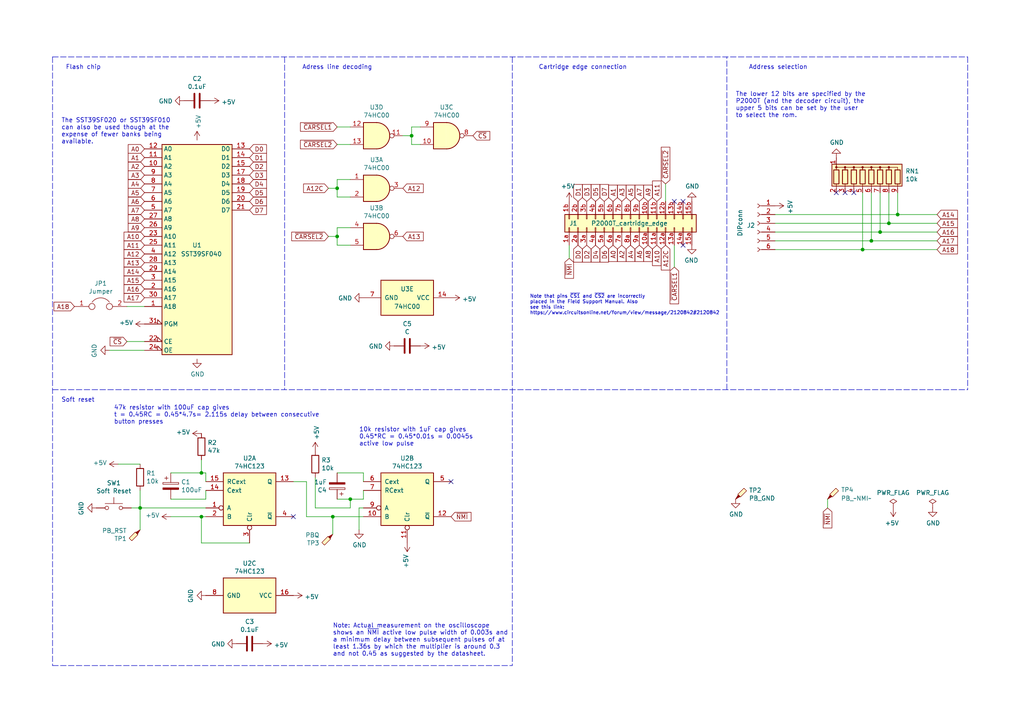
<source format=kicad_sch>
(kicad_sch (version 20211123) (generator eeschema)

  (uuid 740cd481-e367-42b6-a158-24c759a7a91a)

  (paper "A4")

  (title_block
    (title "P2000T Multirom Cartridge")
    (date "2021-08-14")
    (rev "1")
  )

  (lib_symbols
    (symbol "74xx:74HC00" (pin_names (offset 1.016)) (in_bom yes) (on_board yes)
      (property "Reference" "U" (id 0) (at 0 1.27 0)
        (effects (font (size 1.27 1.27)))
      )
      (property "Value" "74HC00" (id 1) (at 0 -1.27 0)
        (effects (font (size 1.27 1.27)))
      )
      (property "Footprint" "" (id 2) (at 0 0 0)
        (effects (font (size 1.27 1.27)) hide)
      )
      (property "Datasheet" "http://www.ti.com/lit/gpn/sn74hc00" (id 3) (at 0 0 0)
        (effects (font (size 1.27 1.27)) hide)
      )
      (property "ki_locked" "" (id 4) (at 0 0 0)
        (effects (font (size 1.27 1.27)))
      )
      (property "ki_keywords" "HCMOS nand 2-input" (id 5) (at 0 0 0)
        (effects (font (size 1.27 1.27)) hide)
      )
      (property "ki_description" "quad 2-input NAND gate" (id 6) (at 0 0 0)
        (effects (font (size 1.27 1.27)) hide)
      )
      (property "ki_fp_filters" "DIP*W7.62mm* SO14*" (id 7) (at 0 0 0)
        (effects (font (size 1.27 1.27)) hide)
      )
      (symbol "74HC00_1_1"
        (arc (start 0 -3.81) (mid 3.81 0) (end 0 3.81)
          (stroke (width 0.254) (type default) (color 0 0 0 0))
          (fill (type background))
        )
        (polyline
          (pts
            (xy 0 3.81)
            (xy -3.81 3.81)
            (xy -3.81 -3.81)
            (xy 0 -3.81)
          )
          (stroke (width 0.254) (type default) (color 0 0 0 0))
          (fill (type background))
        )
        (pin input line (at -7.62 2.54 0) (length 3.81)
          (name "~" (effects (font (size 1.27 1.27))))
          (number "1" (effects (font (size 1.27 1.27))))
        )
        (pin input line (at -7.62 -2.54 0) (length 3.81)
          (name "~" (effects (font (size 1.27 1.27))))
          (number "2" (effects (font (size 1.27 1.27))))
        )
        (pin output inverted (at 7.62 0 180) (length 3.81)
          (name "~" (effects (font (size 1.27 1.27))))
          (number "3" (effects (font (size 1.27 1.27))))
        )
      )
      (symbol "74HC00_1_2"
        (arc (start -3.81 -3.81) (mid -2.589 0) (end -3.81 3.81)
          (stroke (width 0.254) (type default) (color 0 0 0 0))
          (fill (type none))
        )
        (arc (start -0.6096 -3.81) (mid 2.1842 -2.5851) (end 3.81 0)
          (stroke (width 0.254) (type default) (color 0 0 0 0))
          (fill (type background))
        )
        (polyline
          (pts
            (xy -3.81 -3.81)
            (xy -0.635 -3.81)
          )
          (stroke (width 0.254) (type default) (color 0 0 0 0))
          (fill (type background))
        )
        (polyline
          (pts
            (xy -3.81 3.81)
            (xy -0.635 3.81)
          )
          (stroke (width 0.254) (type default) (color 0 0 0 0))
          (fill (type background))
        )
        (polyline
          (pts
            (xy -0.635 3.81)
            (xy -3.81 3.81)
            (xy -3.81 3.81)
            (xy -3.556 3.4036)
            (xy -3.0226 2.2606)
            (xy -2.6924 1.0414)
            (xy -2.6162 -0.254)
            (xy -2.7686 -1.4986)
            (xy -3.175 -2.7178)
            (xy -3.81 -3.81)
            (xy -3.81 -3.81)
            (xy -0.635 -3.81)
          )
          (stroke (width -25.4) (type default) (color 0 0 0 0))
          (fill (type background))
        )
        (arc (start 3.81 0) (mid 2.1915 2.5936) (end -0.6096 3.81)
          (stroke (width 0.254) (type default) (color 0 0 0 0))
          (fill (type background))
        )
        (pin input inverted (at -7.62 2.54 0) (length 4.318)
          (name "~" (effects (font (size 1.27 1.27))))
          (number "1" (effects (font (size 1.27 1.27))))
        )
        (pin input inverted (at -7.62 -2.54 0) (length 4.318)
          (name "~" (effects (font (size 1.27 1.27))))
          (number "2" (effects (font (size 1.27 1.27))))
        )
        (pin output line (at 7.62 0 180) (length 3.81)
          (name "~" (effects (font (size 1.27 1.27))))
          (number "3" (effects (font (size 1.27 1.27))))
        )
      )
      (symbol "74HC00_2_1"
        (arc (start 0 -3.81) (mid 3.81 0) (end 0 3.81)
          (stroke (width 0.254) (type default) (color 0 0 0 0))
          (fill (type background))
        )
        (polyline
          (pts
            (xy 0 3.81)
            (xy -3.81 3.81)
            (xy -3.81 -3.81)
            (xy 0 -3.81)
          )
          (stroke (width 0.254) (type default) (color 0 0 0 0))
          (fill (type background))
        )
        (pin input line (at -7.62 2.54 0) (length 3.81)
          (name "~" (effects (font (size 1.27 1.27))))
          (number "4" (effects (font (size 1.27 1.27))))
        )
        (pin input line (at -7.62 -2.54 0) (length 3.81)
          (name "~" (effects (font (size 1.27 1.27))))
          (number "5" (effects (font (size 1.27 1.27))))
        )
        (pin output inverted (at 7.62 0 180) (length 3.81)
          (name "~" (effects (font (size 1.27 1.27))))
          (number "6" (effects (font (size 1.27 1.27))))
        )
      )
      (symbol "74HC00_2_2"
        (arc (start -3.81 -3.81) (mid -2.589 0) (end -3.81 3.81)
          (stroke (width 0.254) (type default) (color 0 0 0 0))
          (fill (type none))
        )
        (arc (start -0.6096 -3.81) (mid 2.1842 -2.5851) (end 3.81 0)
          (stroke (width 0.254) (type default) (color 0 0 0 0))
          (fill (type background))
        )
        (polyline
          (pts
            (xy -3.81 -3.81)
            (xy -0.635 -3.81)
          )
          (stroke (width 0.254) (type default) (color 0 0 0 0))
          (fill (type background))
        )
        (polyline
          (pts
            (xy -3.81 3.81)
            (xy -0.635 3.81)
          )
          (stroke (width 0.254) (type default) (color 0 0 0 0))
          (fill (type background))
        )
        (polyline
          (pts
            (xy -0.635 3.81)
            (xy -3.81 3.81)
            (xy -3.81 3.81)
            (xy -3.556 3.4036)
            (xy -3.0226 2.2606)
            (xy -2.6924 1.0414)
            (xy -2.6162 -0.254)
            (xy -2.7686 -1.4986)
            (xy -3.175 -2.7178)
            (xy -3.81 -3.81)
            (xy -3.81 -3.81)
            (xy -0.635 -3.81)
          )
          (stroke (width -25.4) (type default) (color 0 0 0 0))
          (fill (type background))
        )
        (arc (start 3.81 0) (mid 2.1915 2.5936) (end -0.6096 3.81)
          (stroke (width 0.254) (type default) (color 0 0 0 0))
          (fill (type background))
        )
        (pin input inverted (at -7.62 2.54 0) (length 4.318)
          (name "~" (effects (font (size 1.27 1.27))))
          (number "4" (effects (font (size 1.27 1.27))))
        )
        (pin input inverted (at -7.62 -2.54 0) (length 4.318)
          (name "~" (effects (font (size 1.27 1.27))))
          (number "5" (effects (font (size 1.27 1.27))))
        )
        (pin output line (at 7.62 0 180) (length 3.81)
          (name "~" (effects (font (size 1.27 1.27))))
          (number "6" (effects (font (size 1.27 1.27))))
        )
      )
      (symbol "74HC00_3_1"
        (arc (start 0 -3.81) (mid 3.81 0) (end 0 3.81)
          (stroke (width 0.254) (type default) (color 0 0 0 0))
          (fill (type background))
        )
        (polyline
          (pts
            (xy 0 3.81)
            (xy -3.81 3.81)
            (xy -3.81 -3.81)
            (xy 0 -3.81)
          )
          (stroke (width 0.254) (type default) (color 0 0 0 0))
          (fill (type background))
        )
        (pin input line (at -7.62 -2.54 0) (length 3.81)
          (name "~" (effects (font (size 1.27 1.27))))
          (number "10" (effects (font (size 1.27 1.27))))
        )
        (pin output inverted (at 7.62 0 180) (length 3.81)
          (name "~" (effects (font (size 1.27 1.27))))
          (number "8" (effects (font (size 1.27 1.27))))
        )
        (pin input line (at -7.62 2.54 0) (length 3.81)
          (name "~" (effects (font (size 1.27 1.27))))
          (number "9" (effects (font (size 1.27 1.27))))
        )
      )
      (symbol "74HC00_3_2"
        (arc (start -3.81 -3.81) (mid -2.589 0) (end -3.81 3.81)
          (stroke (width 0.254) (type default) (color 0 0 0 0))
          (fill (type none))
        )
        (arc (start -0.6096 -3.81) (mid 2.1842 -2.5851) (end 3.81 0)
          (stroke (width 0.254) (type default) (color 0 0 0 0))
          (fill (type background))
        )
        (polyline
          (pts
            (xy -3.81 -3.81)
            (xy -0.635 -3.81)
          )
          (stroke (width 0.254) (type default) (color 0 0 0 0))
          (fill (type background))
        )
        (polyline
          (pts
            (xy -3.81 3.81)
            (xy -0.635 3.81)
          )
          (stroke (width 0.254) (type default) (color 0 0 0 0))
          (fill (type background))
        )
        (polyline
          (pts
            (xy -0.635 3.81)
            (xy -3.81 3.81)
            (xy -3.81 3.81)
            (xy -3.556 3.4036)
            (xy -3.0226 2.2606)
            (xy -2.6924 1.0414)
            (xy -2.6162 -0.254)
            (xy -2.7686 -1.4986)
            (xy -3.175 -2.7178)
            (xy -3.81 -3.81)
            (xy -3.81 -3.81)
            (xy -0.635 -3.81)
          )
          (stroke (width -25.4) (type default) (color 0 0 0 0))
          (fill (type background))
        )
        (arc (start 3.81 0) (mid 2.1915 2.5936) (end -0.6096 3.81)
          (stroke (width 0.254) (type default) (color 0 0 0 0))
          (fill (type background))
        )
        (pin input inverted (at -7.62 -2.54 0) (length 4.318)
          (name "~" (effects (font (size 1.27 1.27))))
          (number "10" (effects (font (size 1.27 1.27))))
        )
        (pin output line (at 7.62 0 180) (length 3.81)
          (name "~" (effects (font (size 1.27 1.27))))
          (number "8" (effects (font (size 1.27 1.27))))
        )
        (pin input inverted (at -7.62 2.54 0) (length 4.318)
          (name "~" (effects (font (size 1.27 1.27))))
          (number "9" (effects (font (size 1.27 1.27))))
        )
      )
      (symbol "74HC00_4_1"
        (arc (start 0 -3.81) (mid 3.81 0) (end 0 3.81)
          (stroke (width 0.254) (type default) (color 0 0 0 0))
          (fill (type background))
        )
        (polyline
          (pts
            (xy 0 3.81)
            (xy -3.81 3.81)
            (xy -3.81 -3.81)
            (xy 0 -3.81)
          )
          (stroke (width 0.254) (type default) (color 0 0 0 0))
          (fill (type background))
        )
        (pin output inverted (at 7.62 0 180) (length 3.81)
          (name "~" (effects (font (size 1.27 1.27))))
          (number "11" (effects (font (size 1.27 1.27))))
        )
        (pin input line (at -7.62 2.54 0) (length 3.81)
          (name "~" (effects (font (size 1.27 1.27))))
          (number "12" (effects (font (size 1.27 1.27))))
        )
        (pin input line (at -7.62 -2.54 0) (length 3.81)
          (name "~" (effects (font (size 1.27 1.27))))
          (number "13" (effects (font (size 1.27 1.27))))
        )
      )
      (symbol "74HC00_4_2"
        (arc (start -3.81 -3.81) (mid -2.589 0) (end -3.81 3.81)
          (stroke (width 0.254) (type default) (color 0 0 0 0))
          (fill (type none))
        )
        (arc (start -0.6096 -3.81) (mid 2.1842 -2.5851) (end 3.81 0)
          (stroke (width 0.254) (type default) (color 0 0 0 0))
          (fill (type background))
        )
        (polyline
          (pts
            (xy -3.81 -3.81)
            (xy -0.635 -3.81)
          )
          (stroke (width 0.254) (type default) (color 0 0 0 0))
          (fill (type background))
        )
        (polyline
          (pts
            (xy -3.81 3.81)
            (xy -0.635 3.81)
          )
          (stroke (width 0.254) (type default) (color 0 0 0 0))
          (fill (type background))
        )
        (polyline
          (pts
            (xy -0.635 3.81)
            (xy -3.81 3.81)
            (xy -3.81 3.81)
            (xy -3.556 3.4036)
            (xy -3.0226 2.2606)
            (xy -2.6924 1.0414)
            (xy -2.6162 -0.254)
            (xy -2.7686 -1.4986)
            (xy -3.175 -2.7178)
            (xy -3.81 -3.81)
            (xy -3.81 -3.81)
            (xy -0.635 -3.81)
          )
          (stroke (width -25.4) (type default) (color 0 0 0 0))
          (fill (type background))
        )
        (arc (start 3.81 0) (mid 2.1915 2.5936) (end -0.6096 3.81)
          (stroke (width 0.254) (type default) (color 0 0 0 0))
          (fill (type background))
        )
        (pin output line (at 7.62 0 180) (length 3.81)
          (name "~" (effects (font (size 1.27 1.27))))
          (number "11" (effects (font (size 1.27 1.27))))
        )
        (pin input inverted (at -7.62 2.54 0) (length 4.318)
          (name "~" (effects (font (size 1.27 1.27))))
          (number "12" (effects (font (size 1.27 1.27))))
        )
        (pin input inverted (at -7.62 -2.54 0) (length 4.318)
          (name "~" (effects (font (size 1.27 1.27))))
          (number "13" (effects (font (size 1.27 1.27))))
        )
      )
      (symbol "74HC00_5_0"
        (pin power_in line (at 0 12.7 270) (length 5.08)
          (name "VCC" (effects (font (size 1.27 1.27))))
          (number "14" (effects (font (size 1.27 1.27))))
        )
        (pin power_in line (at 0 -12.7 90) (length 5.08)
          (name "GND" (effects (font (size 1.27 1.27))))
          (number "7" (effects (font (size 1.27 1.27))))
        )
      )
      (symbol "74HC00_5_1"
        (rectangle (start -5.08 7.62) (end 5.08 -7.62)
          (stroke (width 0.254) (type default) (color 0 0 0 0))
          (fill (type background))
        )
      )
    )
    (symbol "Connector:Conn_01x06_Female" (pin_names (offset 1.016) hide) (in_bom yes) (on_board yes)
      (property "Reference" "J" (id 0) (at 0 7.62 0)
        (effects (font (size 1.27 1.27)))
      )
      (property "Value" "Conn_01x06_Female" (id 1) (at 0 -10.16 0)
        (effects (font (size 1.27 1.27)))
      )
      (property "Footprint" "" (id 2) (at 0 0 0)
        (effects (font (size 1.27 1.27)) hide)
      )
      (property "Datasheet" "~" (id 3) (at 0 0 0)
        (effects (font (size 1.27 1.27)) hide)
      )
      (property "ki_keywords" "connector" (id 4) (at 0 0 0)
        (effects (font (size 1.27 1.27)) hide)
      )
      (property "ki_description" "Generic connector, single row, 01x06, script generated (kicad-library-utils/schlib/autogen/connector/)" (id 5) (at 0 0 0)
        (effects (font (size 1.27 1.27)) hide)
      )
      (property "ki_fp_filters" "Connector*:*_1x??_*" (id 6) (at 0 0 0)
        (effects (font (size 1.27 1.27)) hide)
      )
      (symbol "Conn_01x06_Female_1_1"
        (arc (start 0 -7.112) (mid -0.508 -7.62) (end 0 -8.128)
          (stroke (width 0.1524) (type default) (color 0 0 0 0))
          (fill (type none))
        )
        (arc (start 0 -4.572) (mid -0.508 -5.08) (end 0 -5.588)
          (stroke (width 0.1524) (type default) (color 0 0 0 0))
          (fill (type none))
        )
        (arc (start 0 -2.032) (mid -0.508 -2.54) (end 0 -3.048)
          (stroke (width 0.1524) (type default) (color 0 0 0 0))
          (fill (type none))
        )
        (polyline
          (pts
            (xy -1.27 -7.62)
            (xy -0.508 -7.62)
          )
          (stroke (width 0.1524) (type default) (color 0 0 0 0))
          (fill (type none))
        )
        (polyline
          (pts
            (xy -1.27 -5.08)
            (xy -0.508 -5.08)
          )
          (stroke (width 0.1524) (type default) (color 0 0 0 0))
          (fill (type none))
        )
        (polyline
          (pts
            (xy -1.27 -2.54)
            (xy -0.508 -2.54)
          )
          (stroke (width 0.1524) (type default) (color 0 0 0 0))
          (fill (type none))
        )
        (polyline
          (pts
            (xy -1.27 0)
            (xy -0.508 0)
          )
          (stroke (width 0.1524) (type default) (color 0 0 0 0))
          (fill (type none))
        )
        (polyline
          (pts
            (xy -1.27 2.54)
            (xy -0.508 2.54)
          )
          (stroke (width 0.1524) (type default) (color 0 0 0 0))
          (fill (type none))
        )
        (polyline
          (pts
            (xy -1.27 5.08)
            (xy -0.508 5.08)
          )
          (stroke (width 0.1524) (type default) (color 0 0 0 0))
          (fill (type none))
        )
        (arc (start 0 0.508) (mid -0.508 0) (end 0 -0.508)
          (stroke (width 0.1524) (type default) (color 0 0 0 0))
          (fill (type none))
        )
        (arc (start 0 3.048) (mid -0.508 2.54) (end 0 2.032)
          (stroke (width 0.1524) (type default) (color 0 0 0 0))
          (fill (type none))
        )
        (arc (start 0 5.588) (mid -0.508 5.08) (end 0 4.572)
          (stroke (width 0.1524) (type default) (color 0 0 0 0))
          (fill (type none))
        )
        (pin passive line (at -5.08 5.08 0) (length 3.81)
          (name "Pin_1" (effects (font (size 1.27 1.27))))
          (number "1" (effects (font (size 1.27 1.27))))
        )
        (pin passive line (at -5.08 2.54 0) (length 3.81)
          (name "Pin_2" (effects (font (size 1.27 1.27))))
          (number "2" (effects (font (size 1.27 1.27))))
        )
        (pin passive line (at -5.08 0 0) (length 3.81)
          (name "Pin_3" (effects (font (size 1.27 1.27))))
          (number "3" (effects (font (size 1.27 1.27))))
        )
        (pin passive line (at -5.08 -2.54 0) (length 3.81)
          (name "Pin_4" (effects (font (size 1.27 1.27))))
          (number "4" (effects (font (size 1.27 1.27))))
        )
        (pin passive line (at -5.08 -5.08 0) (length 3.81)
          (name "Pin_5" (effects (font (size 1.27 1.27))))
          (number "5" (effects (font (size 1.27 1.27))))
        )
        (pin passive line (at -5.08 -7.62 0) (length 3.81)
          (name "Pin_6" (effects (font (size 1.27 1.27))))
          (number "6" (effects (font (size 1.27 1.27))))
        )
      )
    )
    (symbol "Connector:TestPoint_Probe" (pin_numbers hide) (pin_names (offset 0.762) hide) (in_bom yes) (on_board yes)
      (property "Reference" "TP" (id 0) (at 1.651 5.842 0)
        (effects (font (size 1.27 1.27)))
      )
      (property "Value" "TestPoint_Probe" (id 1) (at 1.651 4.064 0)
        (effects (font (size 1.27 1.27)))
      )
      (property "Footprint" "" (id 2) (at 5.08 0 0)
        (effects (font (size 1.27 1.27)) hide)
      )
      (property "Datasheet" "~" (id 3) (at 5.08 0 0)
        (effects (font (size 1.27 1.27)) hide)
      )
      (property "ki_keywords" "test point tp" (id 4) (at 0 0 0)
        (effects (font (size 1.27 1.27)) hide)
      )
      (property "ki_description" "test point (alternative probe-style design)" (id 5) (at 0 0 0)
        (effects (font (size 1.27 1.27)) hide)
      )
      (property "ki_fp_filters" "Pin* Test*" (id 6) (at 0 0 0)
        (effects (font (size 1.27 1.27)) hide)
      )
      (symbol "TestPoint_Probe_0_1"
        (polyline
          (pts
            (xy 1.27 0.762)
            (xy 0 0)
            (xy 0.762 1.27)
            (xy 1.27 0.762)
          )
          (stroke (width 0) (type default) (color 0 0 0 0))
          (fill (type outline))
        )
        (polyline
          (pts
            (xy 1.397 0.635)
            (xy 0.635 1.397)
            (xy 2.413 3.175)
            (xy 3.175 2.413)
            (xy 1.397 0.635)
          )
          (stroke (width 0) (type default) (color 0 0 0 0))
          (fill (type background))
        )
      )
      (symbol "TestPoint_Probe_1_1"
        (pin passive line (at 0 0 90) (length 0)
          (name "1" (effects (font (size 1.27 1.27))))
          (number "1" (effects (font (size 1.27 1.27))))
        )
      )
    )
    (symbol "Connector_Generic:Conn_02x15_Row_Letter_Last" (pin_names (offset 1.016) hide) (in_bom yes) (on_board yes)
      (property "Reference" "J" (id 0) (at 1.27 20.32 0)
        (effects (font (size 1.27 1.27)))
      )
      (property "Value" "Conn_02x15_Row_Letter_Last" (id 1) (at 1.27 -20.32 0)
        (effects (font (size 1.27 1.27)))
      )
      (property "Footprint" "" (id 2) (at 0 0 0)
        (effects (font (size 1.27 1.27)) hide)
      )
      (property "Datasheet" "~" (id 3) (at 0 0 0)
        (effects (font (size 1.27 1.27)) hide)
      )
      (property "ki_keywords" "connector" (id 4) (at 0 0 0)
        (effects (font (size 1.27 1.27)) hide)
      )
      (property "ki_description" "Generic connector, double row, 02x15, row letter last pin numbering scheme (pin number consists of a letter for the row and a number for the pin index in this row. 1a, ..., Na; 1b, ..., Nb)), script generated (kicad-library-utils/schlib/autogen/connector/)" (id 5) (at 0 0 0)
        (effects (font (size 1.27 1.27)) hide)
      )
      (property "ki_fp_filters" "Connector*:*_2x??_*" (id 6) (at 0 0 0)
        (effects (font (size 1.27 1.27)) hide)
      )
      (symbol "Conn_02x15_Row_Letter_Last_1_1"
        (rectangle (start -1.27 -17.653) (end 0 -17.907)
          (stroke (width 0.1524) (type default) (color 0 0 0 0))
          (fill (type none))
        )
        (rectangle (start -1.27 -15.113) (end 0 -15.367)
          (stroke (width 0.1524) (type default) (color 0 0 0 0))
          (fill (type none))
        )
        (rectangle (start -1.27 -12.573) (end 0 -12.827)
          (stroke (width 0.1524) (type default) (color 0 0 0 0))
          (fill (type none))
        )
        (rectangle (start -1.27 -10.033) (end 0 -10.287)
          (stroke (width 0.1524) (type default) (color 0 0 0 0))
          (fill (type none))
        )
        (rectangle (start -1.27 -7.493) (end 0 -7.747)
          (stroke (width 0.1524) (type default) (color 0 0 0 0))
          (fill (type none))
        )
        (rectangle (start -1.27 -4.953) (end 0 -5.207)
          (stroke (width 0.1524) (type default) (color 0 0 0 0))
          (fill (type none))
        )
        (rectangle (start -1.27 -2.413) (end 0 -2.667)
          (stroke (width 0.1524) (type default) (color 0 0 0 0))
          (fill (type none))
        )
        (rectangle (start -1.27 0.127) (end 0 -0.127)
          (stroke (width 0.1524) (type default) (color 0 0 0 0))
          (fill (type none))
        )
        (rectangle (start -1.27 2.667) (end 0 2.413)
          (stroke (width 0.1524) (type default) (color 0 0 0 0))
          (fill (type none))
        )
        (rectangle (start -1.27 5.207) (end 0 4.953)
          (stroke (width 0.1524) (type default) (color 0 0 0 0))
          (fill (type none))
        )
        (rectangle (start -1.27 7.747) (end 0 7.493)
          (stroke (width 0.1524) (type default) (color 0 0 0 0))
          (fill (type none))
        )
        (rectangle (start -1.27 10.287) (end 0 10.033)
          (stroke (width 0.1524) (type default) (color 0 0 0 0))
          (fill (type none))
        )
        (rectangle (start -1.27 12.827) (end 0 12.573)
          (stroke (width 0.1524) (type default) (color 0 0 0 0))
          (fill (type none))
        )
        (rectangle (start -1.27 15.367) (end 0 15.113)
          (stroke (width 0.1524) (type default) (color 0 0 0 0))
          (fill (type none))
        )
        (rectangle (start -1.27 17.907) (end 0 17.653)
          (stroke (width 0.1524) (type default) (color 0 0 0 0))
          (fill (type none))
        )
        (rectangle (start -1.27 19.05) (end 3.81 -19.05)
          (stroke (width 0.254) (type default) (color 0 0 0 0))
          (fill (type background))
        )
        (rectangle (start 3.81 -17.653) (end 2.54 -17.907)
          (stroke (width 0.1524) (type default) (color 0 0 0 0))
          (fill (type none))
        )
        (rectangle (start 3.81 -15.113) (end 2.54 -15.367)
          (stroke (width 0.1524) (type default) (color 0 0 0 0))
          (fill (type none))
        )
        (rectangle (start 3.81 -12.573) (end 2.54 -12.827)
          (stroke (width 0.1524) (type default) (color 0 0 0 0))
          (fill (type none))
        )
        (rectangle (start 3.81 -10.033) (end 2.54 -10.287)
          (stroke (width 0.1524) (type default) (color 0 0 0 0))
          (fill (type none))
        )
        (rectangle (start 3.81 -7.493) (end 2.54 -7.747)
          (stroke (width 0.1524) (type default) (color 0 0 0 0))
          (fill (type none))
        )
        (rectangle (start 3.81 -4.953) (end 2.54 -5.207)
          (stroke (width 0.1524) (type default) (color 0 0 0 0))
          (fill (type none))
        )
        (rectangle (start 3.81 -2.413) (end 2.54 -2.667)
          (stroke (width 0.1524) (type default) (color 0 0 0 0))
          (fill (type none))
        )
        (rectangle (start 3.81 0.127) (end 2.54 -0.127)
          (stroke (width 0.1524) (type default) (color 0 0 0 0))
          (fill (type none))
        )
        (rectangle (start 3.81 2.667) (end 2.54 2.413)
          (stroke (width 0.1524) (type default) (color 0 0 0 0))
          (fill (type none))
        )
        (rectangle (start 3.81 5.207) (end 2.54 4.953)
          (stroke (width 0.1524) (type default) (color 0 0 0 0))
          (fill (type none))
        )
        (rectangle (start 3.81 7.747) (end 2.54 7.493)
          (stroke (width 0.1524) (type default) (color 0 0 0 0))
          (fill (type none))
        )
        (rectangle (start 3.81 10.287) (end 2.54 10.033)
          (stroke (width 0.1524) (type default) (color 0 0 0 0))
          (fill (type none))
        )
        (rectangle (start 3.81 12.827) (end 2.54 12.573)
          (stroke (width 0.1524) (type default) (color 0 0 0 0))
          (fill (type none))
        )
        (rectangle (start 3.81 15.367) (end 2.54 15.113)
          (stroke (width 0.1524) (type default) (color 0 0 0 0))
          (fill (type none))
        )
        (rectangle (start 3.81 17.907) (end 2.54 17.653)
          (stroke (width 0.1524) (type default) (color 0 0 0 0))
          (fill (type none))
        )
        (pin passive line (at -5.08 -5.08 0) (length 3.81)
          (name "Pin_10a" (effects (font (size 1.27 1.27))))
          (number "10a" (effects (font (size 1.27 1.27))))
        )
        (pin passive line (at 7.62 -5.08 180) (length 3.81)
          (name "Pin_10b" (effects (font (size 1.27 1.27))))
          (number "10b" (effects (font (size 1.27 1.27))))
        )
        (pin passive line (at -5.08 -7.62 0) (length 3.81)
          (name "Pin_11a" (effects (font (size 1.27 1.27))))
          (number "11a" (effects (font (size 1.27 1.27))))
        )
        (pin passive line (at 7.62 -7.62 180) (length 3.81)
          (name "Pin_11b" (effects (font (size 1.27 1.27))))
          (number "11b" (effects (font (size 1.27 1.27))))
        )
        (pin passive line (at -5.08 -10.16 0) (length 3.81)
          (name "Pin_12a" (effects (font (size 1.27 1.27))))
          (number "12a" (effects (font (size 1.27 1.27))))
        )
        (pin passive line (at 7.62 -10.16 180) (length 3.81)
          (name "Pin_12b" (effects (font (size 1.27 1.27))))
          (number "12b" (effects (font (size 1.27 1.27))))
        )
        (pin passive line (at -5.08 -12.7 0) (length 3.81)
          (name "Pin_13a" (effects (font (size 1.27 1.27))))
          (number "13a" (effects (font (size 1.27 1.27))))
        )
        (pin passive line (at 7.62 -12.7 180) (length 3.81)
          (name "Pin_13b" (effects (font (size 1.27 1.27))))
          (number "13b" (effects (font (size 1.27 1.27))))
        )
        (pin passive line (at -5.08 -15.24 0) (length 3.81)
          (name "Pin_14a" (effects (font (size 1.27 1.27))))
          (number "14a" (effects (font (size 1.27 1.27))))
        )
        (pin passive line (at 7.62 -15.24 180) (length 3.81)
          (name "Pin_14b" (effects (font (size 1.27 1.27))))
          (number "14b" (effects (font (size 1.27 1.27))))
        )
        (pin passive line (at -5.08 -17.78 0) (length 3.81)
          (name "Pin_15a" (effects (font (size 1.27 1.27))))
          (number "15a" (effects (font (size 1.27 1.27))))
        )
        (pin passive line (at 7.62 -17.78 180) (length 3.81)
          (name "Pin_15b" (effects (font (size 1.27 1.27))))
          (number "15b" (effects (font (size 1.27 1.27))))
        )
        (pin passive line (at -5.08 17.78 0) (length 3.81)
          (name "Pin_1a" (effects (font (size 1.27 1.27))))
          (number "1a" (effects (font (size 1.27 1.27))))
        )
        (pin passive line (at 7.62 17.78 180) (length 3.81)
          (name "Pin_1b" (effects (font (size 1.27 1.27))))
          (number "1b" (effects (font (size 1.27 1.27))))
        )
        (pin passive line (at -5.08 15.24 0) (length 3.81)
          (name "Pin_2a" (effects (font (size 1.27 1.27))))
          (number "2a" (effects (font (size 1.27 1.27))))
        )
        (pin passive line (at 7.62 15.24 180) (length 3.81)
          (name "Pin_2b" (effects (font (size 1.27 1.27))))
          (number "2b" (effects (font (size 1.27 1.27))))
        )
        (pin passive line (at -5.08 12.7 0) (length 3.81)
          (name "Pin_3a" (effects (font (size 1.27 1.27))))
          (number "3a" (effects (font (size 1.27 1.27))))
        )
        (pin passive line (at 7.62 12.7 180) (length 3.81)
          (name "Pin_3b" (effects (font (size 1.27 1.27))))
          (number "3b" (effects (font (size 1.27 1.27))))
        )
        (pin passive line (at -5.08 10.16 0) (length 3.81)
          (name "Pin_4a" (effects (font (size 1.27 1.27))))
          (number "4a" (effects (font (size 1.27 1.27))))
        )
        (pin passive line (at 7.62 10.16 180) (length 3.81)
          (name "Pin_4b" (effects (font (size 1.27 1.27))))
          (number "4b" (effects (font (size 1.27 1.27))))
        )
        (pin passive line (at -5.08 7.62 0) (length 3.81)
          (name "Pin_5a" (effects (font (size 1.27 1.27))))
          (number "5a" (effects (font (size 1.27 1.27))))
        )
        (pin passive line (at 7.62 7.62 180) (length 3.81)
          (name "Pin_5b" (effects (font (size 1.27 1.27))))
          (number "5b" (effects (font (size 1.27 1.27))))
        )
        (pin passive line (at -5.08 5.08 0) (length 3.81)
          (name "Pin_6a" (effects (font (size 1.27 1.27))))
          (number "6a" (effects (font (size 1.27 1.27))))
        )
        (pin passive line (at 7.62 5.08 180) (length 3.81)
          (name "Pin_6b" (effects (font (size 1.27 1.27))))
          (number "6b" (effects (font (size 1.27 1.27))))
        )
        (pin passive line (at -5.08 2.54 0) (length 3.81)
          (name "Pin_7a" (effects (font (size 1.27 1.27))))
          (number "7a" (effects (font (size 1.27 1.27))))
        )
        (pin passive line (at 7.62 2.54 180) (length 3.81)
          (name "Pin_7b" (effects (font (size 1.27 1.27))))
          (number "7b" (effects (font (size 1.27 1.27))))
        )
        (pin passive line (at -5.08 0 0) (length 3.81)
          (name "Pin_8a" (effects (font (size 1.27 1.27))))
          (number "8a" (effects (font (size 1.27 1.27))))
        )
        (pin passive line (at 7.62 0 180) (length 3.81)
          (name "Pin_8b" (effects (font (size 1.27 1.27))))
          (number "8b" (effects (font (size 1.27 1.27))))
        )
        (pin passive line (at -5.08 -2.54 0) (length 3.81)
          (name "Pin_9a" (effects (font (size 1.27 1.27))))
          (number "9a" (effects (font (size 1.27 1.27))))
        )
        (pin passive line (at 7.62 -2.54 180) (length 3.81)
          (name "Pin_9b" (effects (font (size 1.27 1.27))))
          (number "9b" (effects (font (size 1.27 1.27))))
        )
      )
    )
    (symbol "Device:C" (pin_numbers hide) (pin_names (offset 0.254)) (in_bom yes) (on_board yes)
      (property "Reference" "C" (id 0) (at 0.635 2.54 0)
        (effects (font (size 1.27 1.27)) (justify left))
      )
      (property "Value" "C" (id 1) (at 0.635 -2.54 0)
        (effects (font (size 1.27 1.27)) (justify left))
      )
      (property "Footprint" "" (id 2) (at 0.9652 -3.81 0)
        (effects (font (size 1.27 1.27)) hide)
      )
      (property "Datasheet" "~" (id 3) (at 0 0 0)
        (effects (font (size 1.27 1.27)) hide)
      )
      (property "ki_keywords" "cap capacitor" (id 4) (at 0 0 0)
        (effects (font (size 1.27 1.27)) hide)
      )
      (property "ki_description" "Unpolarized capacitor" (id 5) (at 0 0 0)
        (effects (font (size 1.27 1.27)) hide)
      )
      (property "ki_fp_filters" "C_*" (id 6) (at 0 0 0)
        (effects (font (size 1.27 1.27)) hide)
      )
      (symbol "C_0_1"
        (polyline
          (pts
            (xy -2.032 -0.762)
            (xy 2.032 -0.762)
          )
          (stroke (width 0.508) (type default) (color 0 0 0 0))
          (fill (type none))
        )
        (polyline
          (pts
            (xy -2.032 0.762)
            (xy 2.032 0.762)
          )
          (stroke (width 0.508) (type default) (color 0 0 0 0))
          (fill (type none))
        )
      )
      (symbol "C_1_1"
        (pin passive line (at 0 3.81 270) (length 2.794)
          (name "~" (effects (font (size 1.27 1.27))))
          (number "1" (effects (font (size 1.27 1.27))))
        )
        (pin passive line (at 0 -3.81 90) (length 2.794)
          (name "~" (effects (font (size 1.27 1.27))))
          (number "2" (effects (font (size 1.27 1.27))))
        )
      )
    )
    (symbol "Device:R" (pin_numbers hide) (pin_names (offset 0)) (in_bom yes) (on_board yes)
      (property "Reference" "R" (id 0) (at 2.032 0 90)
        (effects (font (size 1.27 1.27)))
      )
      (property "Value" "R" (id 1) (at 0 0 90)
        (effects (font (size 1.27 1.27)))
      )
      (property "Footprint" "" (id 2) (at -1.778 0 90)
        (effects (font (size 1.27 1.27)) hide)
      )
      (property "Datasheet" "~" (id 3) (at 0 0 0)
        (effects (font (size 1.27 1.27)) hide)
      )
      (property "ki_keywords" "R res resistor" (id 4) (at 0 0 0)
        (effects (font (size 1.27 1.27)) hide)
      )
      (property "ki_description" "Resistor" (id 5) (at 0 0 0)
        (effects (font (size 1.27 1.27)) hide)
      )
      (property "ki_fp_filters" "R_*" (id 6) (at 0 0 0)
        (effects (font (size 1.27 1.27)) hide)
      )
      (symbol "R_0_1"
        (rectangle (start -1.016 -2.54) (end 1.016 2.54)
          (stroke (width 0.254) (type default) (color 0 0 0 0))
          (fill (type none))
        )
      )
      (symbol "R_1_1"
        (pin passive line (at 0 3.81 270) (length 1.27)
          (name "~" (effects (font (size 1.27 1.27))))
          (number "1" (effects (font (size 1.27 1.27))))
        )
        (pin passive line (at 0 -3.81 90) (length 1.27)
          (name "~" (effects (font (size 1.27 1.27))))
          (number "2" (effects (font (size 1.27 1.27))))
        )
      )
    )
    (symbol "Device:R_Network08" (pin_names (offset 0) hide) (in_bom yes) (on_board yes)
      (property "Reference" "RN" (id 0) (at -12.7 0 90)
        (effects (font (size 1.27 1.27)))
      )
      (property "Value" "R_Network08" (id 1) (at 10.16 0 90)
        (effects (font (size 1.27 1.27)))
      )
      (property "Footprint" "Resistor_THT:R_Array_SIP9" (id 2) (at 12.065 0 90)
        (effects (font (size 1.27 1.27)) hide)
      )
      (property "Datasheet" "http://www.vishay.com/docs/31509/csc.pdf" (id 3) (at 0 0 0)
        (effects (font (size 1.27 1.27)) hide)
      )
      (property "ki_keywords" "R network star-topology" (id 4) (at 0 0 0)
        (effects (font (size 1.27 1.27)) hide)
      )
      (property "ki_description" "8 resistor network, star topology, bussed resistors, small symbol" (id 5) (at 0 0 0)
        (effects (font (size 1.27 1.27)) hide)
      )
      (property "ki_fp_filters" "R?Array?SIP*" (id 6) (at 0 0 0)
        (effects (font (size 1.27 1.27)) hide)
      )
      (symbol "R_Network08_0_1"
        (rectangle (start -11.43 -3.175) (end 8.89 3.175)
          (stroke (width 0.254) (type default) (color 0 0 0 0))
          (fill (type background))
        )
        (rectangle (start -10.922 1.524) (end -9.398 -2.54)
          (stroke (width 0.254) (type default) (color 0 0 0 0))
          (fill (type none))
        )
        (circle (center -10.16 2.286) (radius 0.254)
          (stroke (width 0) (type default) (color 0 0 0 0))
          (fill (type outline))
        )
        (rectangle (start -8.382 1.524) (end -6.858 -2.54)
          (stroke (width 0.254) (type default) (color 0 0 0 0))
          (fill (type none))
        )
        (circle (center -7.62 2.286) (radius 0.254)
          (stroke (width 0) (type default) (color 0 0 0 0))
          (fill (type outline))
        )
        (rectangle (start -5.842 1.524) (end -4.318 -2.54)
          (stroke (width 0.254) (type default) (color 0 0 0 0))
          (fill (type none))
        )
        (circle (center -5.08 2.286) (radius 0.254)
          (stroke (width 0) (type default) (color 0 0 0 0))
          (fill (type outline))
        )
        (rectangle (start -3.302 1.524) (end -1.778 -2.54)
          (stroke (width 0.254) (type default) (color 0 0 0 0))
          (fill (type none))
        )
        (circle (center -2.54 2.286) (radius 0.254)
          (stroke (width 0) (type default) (color 0 0 0 0))
          (fill (type outline))
        )
        (rectangle (start -0.762 1.524) (end 0.762 -2.54)
          (stroke (width 0.254) (type default) (color 0 0 0 0))
          (fill (type none))
        )
        (polyline
          (pts
            (xy -10.16 -2.54)
            (xy -10.16 -3.81)
          )
          (stroke (width 0) (type default) (color 0 0 0 0))
          (fill (type none))
        )
        (polyline
          (pts
            (xy -7.62 -2.54)
            (xy -7.62 -3.81)
          )
          (stroke (width 0) (type default) (color 0 0 0 0))
          (fill (type none))
        )
        (polyline
          (pts
            (xy -5.08 -2.54)
            (xy -5.08 -3.81)
          )
          (stroke (width 0) (type default) (color 0 0 0 0))
          (fill (type none))
        )
        (polyline
          (pts
            (xy -2.54 -2.54)
            (xy -2.54 -3.81)
          )
          (stroke (width 0) (type default) (color 0 0 0 0))
          (fill (type none))
        )
        (polyline
          (pts
            (xy 0 -2.54)
            (xy 0 -3.81)
          )
          (stroke (width 0) (type default) (color 0 0 0 0))
          (fill (type none))
        )
        (polyline
          (pts
            (xy 2.54 -2.54)
            (xy 2.54 -3.81)
          )
          (stroke (width 0) (type default) (color 0 0 0 0))
          (fill (type none))
        )
        (polyline
          (pts
            (xy 5.08 -2.54)
            (xy 5.08 -3.81)
          )
          (stroke (width 0) (type default) (color 0 0 0 0))
          (fill (type none))
        )
        (polyline
          (pts
            (xy 7.62 -2.54)
            (xy 7.62 -3.81)
          )
          (stroke (width 0) (type default) (color 0 0 0 0))
          (fill (type none))
        )
        (polyline
          (pts
            (xy -10.16 1.524)
            (xy -10.16 2.286)
            (xy -7.62 2.286)
            (xy -7.62 1.524)
          )
          (stroke (width 0) (type default) (color 0 0 0 0))
          (fill (type none))
        )
        (polyline
          (pts
            (xy -7.62 1.524)
            (xy -7.62 2.286)
            (xy -5.08 2.286)
            (xy -5.08 1.524)
          )
          (stroke (width 0) (type default) (color 0 0 0 0))
          (fill (type none))
        )
        (polyline
          (pts
            (xy -5.08 1.524)
            (xy -5.08 2.286)
            (xy -2.54 2.286)
            (xy -2.54 1.524)
          )
          (stroke (width 0) (type default) (color 0 0 0 0))
          (fill (type none))
        )
        (polyline
          (pts
            (xy -2.54 1.524)
            (xy -2.54 2.286)
            (xy 0 2.286)
            (xy 0 1.524)
          )
          (stroke (width 0) (type default) (color 0 0 0 0))
          (fill (type none))
        )
        (polyline
          (pts
            (xy 0 1.524)
            (xy 0 2.286)
            (xy 2.54 2.286)
            (xy 2.54 1.524)
          )
          (stroke (width 0) (type default) (color 0 0 0 0))
          (fill (type none))
        )
        (polyline
          (pts
            (xy 2.54 1.524)
            (xy 2.54 2.286)
            (xy 5.08 2.286)
            (xy 5.08 1.524)
          )
          (stroke (width 0) (type default) (color 0 0 0 0))
          (fill (type none))
        )
        (polyline
          (pts
            (xy 5.08 1.524)
            (xy 5.08 2.286)
            (xy 7.62 2.286)
            (xy 7.62 1.524)
          )
          (stroke (width 0) (type default) (color 0 0 0 0))
          (fill (type none))
        )
        (circle (center 0 2.286) (radius 0.254)
          (stroke (width 0) (type default) (color 0 0 0 0))
          (fill (type outline))
        )
        (rectangle (start 1.778 1.524) (end 3.302 -2.54)
          (stroke (width 0.254) (type default) (color 0 0 0 0))
          (fill (type none))
        )
        (circle (center 2.54 2.286) (radius 0.254)
          (stroke (width 0) (type default) (color 0 0 0 0))
          (fill (type outline))
        )
        (rectangle (start 4.318 1.524) (end 5.842 -2.54)
          (stroke (width 0.254) (type default) (color 0 0 0 0))
          (fill (type none))
        )
        (circle (center 5.08 2.286) (radius 0.254)
          (stroke (width 0) (type default) (color 0 0 0 0))
          (fill (type outline))
        )
        (rectangle (start 6.858 1.524) (end 8.382 -2.54)
          (stroke (width 0.254) (type default) (color 0 0 0 0))
          (fill (type none))
        )
      )
      (symbol "R_Network08_1_1"
        (pin passive line (at -10.16 5.08 270) (length 2.54)
          (name "common" (effects (font (size 1.27 1.27))))
          (number "1" (effects (font (size 1.27 1.27))))
        )
        (pin passive line (at -10.16 -5.08 90) (length 1.27)
          (name "R1" (effects (font (size 1.27 1.27))))
          (number "2" (effects (font (size 1.27 1.27))))
        )
        (pin passive line (at -7.62 -5.08 90) (length 1.27)
          (name "R2" (effects (font (size 1.27 1.27))))
          (number "3" (effects (font (size 1.27 1.27))))
        )
        (pin passive line (at -5.08 -5.08 90) (length 1.27)
          (name "R3" (effects (font (size 1.27 1.27))))
          (number "4" (effects (font (size 1.27 1.27))))
        )
        (pin passive line (at -2.54 -5.08 90) (length 1.27)
          (name "R4" (effects (font (size 1.27 1.27))))
          (number "5" (effects (font (size 1.27 1.27))))
        )
        (pin passive line (at 0 -5.08 90) (length 1.27)
          (name "R5" (effects (font (size 1.27 1.27))))
          (number "6" (effects (font (size 1.27 1.27))))
        )
        (pin passive line (at 2.54 -5.08 90) (length 1.27)
          (name "R6" (effects (font (size 1.27 1.27))))
          (number "7" (effects (font (size 1.27 1.27))))
        )
        (pin passive line (at 5.08 -5.08 90) (length 1.27)
          (name "R7" (effects (font (size 1.27 1.27))))
          (number "8" (effects (font (size 1.27 1.27))))
        )
        (pin passive line (at 7.62 -5.08 90) (length 1.27)
          (name "R8" (effects (font (size 1.27 1.27))))
          (number "9" (effects (font (size 1.27 1.27))))
        )
      )
    )
    (symbol "Memory_Flash:SST39SF040" (in_bom yes) (on_board yes)
      (property "Reference" "U" (id 0) (at 2.54 33.02 0)
        (effects (font (size 1.27 1.27)))
      )
      (property "Value" "SST39SF040" (id 1) (at 0 -30.48 0)
        (effects (font (size 1.27 1.27)))
      )
      (property "Footprint" "" (id 2) (at 0 7.62 0)
        (effects (font (size 1.27 1.27)) hide)
      )
      (property "Datasheet" "http://ww1.microchip.com/downloads/en/DeviceDoc/25022B.pdf" (id 3) (at 0 7.62 0)
        (effects (font (size 1.27 1.27)) hide)
      )
      (property "ki_keywords" "512k flash rom" (id 4) (at 0 0 0)
        (effects (font (size 1.27 1.27)) hide)
      )
      (property "ki_description" "Silicon Storage Technology (SSF) 512k x 8 Flash ROM" (id 5) (at 0 0 0)
        (effects (font (size 1.27 1.27)) hide)
      )
      (symbol "SST39SF040_0_0"
        (pin power_in line (at 0 -30.48 90) (length 1.27) hide
          (name "GND" (effects (font (size 1.27 1.27))))
          (number "16" (effects (font (size 1.27 1.27))))
        )
        (pin power_in line (at 0 33.02 270) (length 1.27) hide
          (name "VCC" (effects (font (size 1.27 1.27))))
          (number "32" (effects (font (size 1.27 1.27))))
        )
      )
      (symbol "SST39SF040_0_1"
        (rectangle (start -10.16 31.75) (end 10.16 -29.21)
          (stroke (width 0.254) (type default) (color 0 0 0 0))
          (fill (type background))
        )
      )
      (symbol "SST39SF040_1_1"
        (pin input line (at -15.24 -15.24 0) (length 5.08)
          (name "A18" (effects (font (size 1.27 1.27))))
          (number "1" (effects (font (size 1.27 1.27))))
        )
        (pin input line (at -15.24 25.4 0) (length 5.08)
          (name "A2" (effects (font (size 1.27 1.27))))
          (number "10" (effects (font (size 1.27 1.27))))
        )
        (pin input line (at -15.24 27.94 0) (length 5.08)
          (name "A1" (effects (font (size 1.27 1.27))))
          (number "11" (effects (font (size 1.27 1.27))))
        )
        (pin input line (at -15.24 30.48 0) (length 5.08)
          (name "A0" (effects (font (size 1.27 1.27))))
          (number "12" (effects (font (size 1.27 1.27))))
        )
        (pin tri_state line (at 15.24 30.48 180) (length 5.08)
          (name "D0" (effects (font (size 1.27 1.27))))
          (number "13" (effects (font (size 1.27 1.27))))
        )
        (pin tri_state line (at 15.24 27.94 180) (length 5.08)
          (name "D1" (effects (font (size 1.27 1.27))))
          (number "14" (effects (font (size 1.27 1.27))))
        )
        (pin tri_state line (at 15.24 25.4 180) (length 5.08)
          (name "D2" (effects (font (size 1.27 1.27))))
          (number "15" (effects (font (size 1.27 1.27))))
        )
        (pin tri_state line (at 15.24 22.86 180) (length 5.08)
          (name "D3" (effects (font (size 1.27 1.27))))
          (number "17" (effects (font (size 1.27 1.27))))
        )
        (pin tri_state line (at 15.24 20.32 180) (length 5.08)
          (name "D4" (effects (font (size 1.27 1.27))))
          (number "18" (effects (font (size 1.27 1.27))))
        )
        (pin tri_state line (at 15.24 17.78 180) (length 5.08)
          (name "D5" (effects (font (size 1.27 1.27))))
          (number "19" (effects (font (size 1.27 1.27))))
        )
        (pin input line (at -15.24 -10.16 0) (length 5.08)
          (name "A16" (effects (font (size 1.27 1.27))))
          (number "2" (effects (font (size 1.27 1.27))))
        )
        (pin tri_state line (at 15.24 15.24 180) (length 5.08)
          (name "D6" (effects (font (size 1.27 1.27))))
          (number "20" (effects (font (size 1.27 1.27))))
        )
        (pin tri_state line (at 15.24 12.7 180) (length 5.08)
          (name "D7" (effects (font (size 1.27 1.27))))
          (number "21" (effects (font (size 1.27 1.27))))
        )
        (pin input input_low (at -15.24 -25.4 0) (length 5.08)
          (name "CE" (effects (font (size 1.27 1.27))))
          (number "22" (effects (font (size 1.27 1.27))))
        )
        (pin input line (at -15.24 5.08 0) (length 5.08)
          (name "A10" (effects (font (size 1.27 1.27))))
          (number "23" (effects (font (size 1.27 1.27))))
        )
        (pin input input_low (at -15.24 -27.94 0) (length 5.08)
          (name "OE" (effects (font (size 1.27 1.27))))
          (number "24" (effects (font (size 1.27 1.27))))
        )
        (pin input line (at -15.24 2.54 0) (length 5.08)
          (name "A11" (effects (font (size 1.27 1.27))))
          (number "25" (effects (font (size 1.27 1.27))))
        )
        (pin input line (at -15.24 7.62 0) (length 5.08)
          (name "A9" (effects (font (size 1.27 1.27))))
          (number "26" (effects (font (size 1.27 1.27))))
        )
        (pin input line (at -15.24 10.16 0) (length 5.08)
          (name "A8" (effects (font (size 1.27 1.27))))
          (number "27" (effects (font (size 1.27 1.27))))
        )
        (pin input line (at -15.24 -2.54 0) (length 5.08)
          (name "A13" (effects (font (size 1.27 1.27))))
          (number "28" (effects (font (size 1.27 1.27))))
        )
        (pin input line (at -15.24 -5.08 0) (length 5.08)
          (name "A14" (effects (font (size 1.27 1.27))))
          (number "29" (effects (font (size 1.27 1.27))))
        )
        (pin input line (at -15.24 -7.62 0) (length 5.08)
          (name "A15" (effects (font (size 1.27 1.27))))
          (number "3" (effects (font (size 1.27 1.27))))
        )
        (pin input line (at -15.24 -12.7 0) (length 5.08)
          (name "A17" (effects (font (size 1.27 1.27))))
          (number "30" (effects (font (size 1.27 1.27))))
        )
        (pin input input_low (at -15.24 -20.32 0) (length 5.08)
          (name "PGM" (effects (font (size 1.27 1.27))))
          (number "31" (effects (font (size 1.27 1.27))))
        )
        (pin input line (at -15.24 0 0) (length 5.08)
          (name "A12" (effects (font (size 1.27 1.27))))
          (number "4" (effects (font (size 1.27 1.27))))
        )
        (pin input line (at -15.24 12.7 0) (length 5.08)
          (name "A7" (effects (font (size 1.27 1.27))))
          (number "5" (effects (font (size 1.27 1.27))))
        )
        (pin input line (at -15.24 15.24 0) (length 5.08)
          (name "A6" (effects (font (size 1.27 1.27))))
          (number "6" (effects (font (size 1.27 1.27))))
        )
        (pin input line (at -15.24 17.78 0) (length 5.08)
          (name "A5" (effects (font (size 1.27 1.27))))
          (number "7" (effects (font (size 1.27 1.27))))
        )
        (pin input line (at -15.24 20.32 0) (length 5.08)
          (name "A4" (effects (font (size 1.27 1.27))))
          (number "8" (effects (font (size 1.27 1.27))))
        )
        (pin input line (at -15.24 22.86 0) (length 5.08)
          (name "A3" (effects (font (size 1.27 1.27))))
          (number "9" (effects (font (size 1.27 1.27))))
        )
      )
    )
    (symbol "Switch:SW_Push" (pin_numbers hide) (pin_names (offset 1.016) hide) (in_bom yes) (on_board yes)
      (property "Reference" "SW" (id 0) (at 1.27 2.54 0)
        (effects (font (size 1.27 1.27)) (justify left))
      )
      (property "Value" "SW_Push" (id 1) (at 0 -1.524 0)
        (effects (font (size 1.27 1.27)))
      )
      (property "Footprint" "" (id 2) (at 0 5.08 0)
        (effects (font (size 1.27 1.27)) hide)
      )
      (property "Datasheet" "~" (id 3) (at 0 5.08 0)
        (effects (font (size 1.27 1.27)) hide)
      )
      (property "ki_keywords" "switch normally-open pushbutton push-button" (id 4) (at 0 0 0)
        (effects (font (size 1.27 1.27)) hide)
      )
      (property "ki_description" "Push button switch, generic, two pins" (id 5) (at 0 0 0)
        (effects (font (size 1.27 1.27)) hide)
      )
      (symbol "SW_Push_0_1"
        (circle (center -2.032 0) (radius 0.508)
          (stroke (width 0) (type default) (color 0 0 0 0))
          (fill (type none))
        )
        (polyline
          (pts
            (xy 0 1.27)
            (xy 0 3.048)
          )
          (stroke (width 0) (type default) (color 0 0 0 0))
          (fill (type none))
        )
        (polyline
          (pts
            (xy 2.54 1.27)
            (xy -2.54 1.27)
          )
          (stroke (width 0) (type default) (color 0 0 0 0))
          (fill (type none))
        )
        (circle (center 2.032 0) (radius 0.508)
          (stroke (width 0) (type default) (color 0 0 0 0))
          (fill (type none))
        )
        (pin passive line (at -5.08 0 0) (length 2.54)
          (name "1" (effects (font (size 1.27 1.27))))
          (number "1" (effects (font (size 1.27 1.27))))
        )
        (pin passive line (at 5.08 0 180) (length 2.54)
          (name "2" (effects (font (size 1.27 1.27))))
          (number "2" (effects (font (size 1.27 1.27))))
        )
      )
    )
    (symbol "p2000t-multicartridge-rescue:74HC123-74xx" (pin_names (offset 1.016)) (in_bom yes) (on_board yes)
      (property "Reference" "U" (id 0) (at -7.62 8.89 0)
        (effects (font (size 1.27 1.27)))
      )
      (property "Value" "74HC123-74xx" (id 1) (at -7.62 -8.89 0)
        (effects (font (size 1.27 1.27)))
      )
      (property "Footprint" "" (id 2) (at 0 0 0)
        (effects (font (size 1.27 1.27)) hide)
      )
      (property "Datasheet" "" (id 3) (at 0 0 0)
        (effects (font (size 1.27 1.27)) hide)
      )
      (property "ki_locked" "" (id 4) (at 0 0 0)
        (effects (font (size 1.27 1.27)))
      )
      (property "ki_fp_filters" "DIP?16*" (id 5) (at 0 0 0)
        (effects (font (size 1.27 1.27)) hide)
      )
      (symbol "74HC123-74xx_1_0"
        (pin input inverted (at -12.7 -2.54 0) (length 5.08)
          (name "A" (effects (font (size 1.27 1.27))))
          (number "1" (effects (font (size 1.27 1.27))))
        )
        (pin output line (at 12.7 5.08 180) (length 5.08)
          (name "Q" (effects (font (size 1.27 1.27))))
          (number "13" (effects (font (size 1.27 1.27))))
        )
        (pin input line (at -12.7 2.54 0) (length 5.08)
          (name "Cext" (effects (font (size 1.27 1.27))))
          (number "14" (effects (font (size 1.27 1.27))))
        )
        (pin input line (at -12.7 5.08 0) (length 5.08)
          (name "RCext" (effects (font (size 1.27 1.27))))
          (number "15" (effects (font (size 1.27 1.27))))
        )
        (pin input line (at -12.7 -5.08 0) (length 5.08)
          (name "B" (effects (font (size 1.27 1.27))))
          (number "2" (effects (font (size 1.27 1.27))))
        )
        (pin input inverted (at 0 -12.7 90) (length 5.08)
          (name "Clr" (effects (font (size 1.27 1.27))))
          (number "3" (effects (font (size 1.27 1.27))))
        )
        (pin output line (at 12.7 -5.08 180) (length 5.08)
          (name "~{Q}" (effects (font (size 1.27 1.27))))
          (number "4" (effects (font (size 1.27 1.27))))
        )
      )
      (symbol "74HC123-74xx_1_1"
        (rectangle (start -7.62 7.62) (end 7.62 -7.62)
          (stroke (width 0.254) (type default) (color 0 0 0 0))
          (fill (type background))
        )
      )
      (symbol "74HC123-74xx_2_0"
        (pin input line (at -12.7 -5.08 0) (length 5.08)
          (name "B" (effects (font (size 1.27 1.27))))
          (number "10" (effects (font (size 1.27 1.27))))
        )
        (pin input inverted (at 0 -12.7 90) (length 5.08)
          (name "Clr" (effects (font (size 1.27 1.27))))
          (number "11" (effects (font (size 1.27 1.27))))
        )
        (pin output line (at 12.7 -5.08 180) (length 5.08)
          (name "~{Q}" (effects (font (size 1.27 1.27))))
          (number "12" (effects (font (size 1.27 1.27))))
        )
        (pin output line (at 12.7 5.08 180) (length 5.08)
          (name "Q" (effects (font (size 1.27 1.27))))
          (number "5" (effects (font (size 1.27 1.27))))
        )
        (pin input line (at -12.7 5.08 0) (length 5.08)
          (name "Cext" (effects (font (size 1.27 1.27))))
          (number "6" (effects (font (size 1.27 1.27))))
        )
        (pin input line (at -12.7 2.54 0) (length 5.08)
          (name "RCext" (effects (font (size 1.27 1.27))))
          (number "7" (effects (font (size 1.27 1.27))))
        )
        (pin input inverted (at -12.7 -2.54 0) (length 5.08)
          (name "A" (effects (font (size 1.27 1.27))))
          (number "9" (effects (font (size 1.27 1.27))))
        )
      )
      (symbol "74HC123-74xx_2_1"
        (rectangle (start -7.62 7.62) (end 7.62 -7.62)
          (stroke (width 0.254) (type default) (color 0 0 0 0))
          (fill (type background))
        )
      )
      (symbol "74HC123-74xx_3_0"
        (pin power_in line (at 0 12.7 270) (length 5.08)
          (name "VCC" (effects (font (size 1.27 1.27))))
          (number "16" (effects (font (size 1.27 1.27))))
        )
        (pin power_in line (at 0 -12.7 90) (length 5.08)
          (name "GND" (effects (font (size 1.27 1.27))))
          (number "8" (effects (font (size 1.27 1.27))))
        )
      )
      (symbol "74HC123-74xx_3_1"
        (rectangle (start -5.08 7.62) (end 5.08 -7.62)
          (stroke (width 0.254) (type default) (color 0 0 0 0))
          (fill (type background))
        )
      )
    )
    (symbol "p2000t-multicartridge-rescue:CP-Device" (pin_numbers hide) (pin_names (offset 0.254)) (in_bom yes) (on_board yes)
      (property "Reference" "C" (id 0) (at 0.635 2.54 0)
        (effects (font (size 1.27 1.27)) (justify left))
      )
      (property "Value" "CP-Device" (id 1) (at 0.635 -2.54 0)
        (effects (font (size 1.27 1.27)) (justify left))
      )
      (property "Footprint" "" (id 2) (at 0.9652 -3.81 0)
        (effects (font (size 1.27 1.27)) hide)
      )
      (property "Datasheet" "" (id 3) (at 0 0 0)
        (effects (font (size 1.27 1.27)) hide)
      )
      (property "ki_fp_filters" "CP_*" (id 4) (at 0 0 0)
        (effects (font (size 1.27 1.27)) hide)
      )
      (symbol "CP-Device_0_1"
        (rectangle (start -2.286 0.508) (end 2.286 1.016)
          (stroke (width 0) (type default) (color 0 0 0 0))
          (fill (type none))
        )
        (polyline
          (pts
            (xy -1.778 2.286)
            (xy -0.762 2.286)
          )
          (stroke (width 0) (type default) (color 0 0 0 0))
          (fill (type none))
        )
        (polyline
          (pts
            (xy -1.27 2.794)
            (xy -1.27 1.778)
          )
          (stroke (width 0) (type default) (color 0 0 0 0))
          (fill (type none))
        )
        (rectangle (start 2.286 -0.508) (end -2.286 -1.016)
          (stroke (width 0) (type default) (color 0 0 0 0))
          (fill (type outline))
        )
      )
      (symbol "CP-Device_1_1"
        (pin passive line (at 0 3.81 270) (length 2.794)
          (name "~" (effects (font (size 1.27 1.27))))
          (number "1" (effects (font (size 1.27 1.27))))
        )
        (pin passive line (at 0 -3.81 90) (length 2.794)
          (name "~" (effects (font (size 1.27 1.27))))
          (number "2" (effects (font (size 1.27 1.27))))
        )
      )
    )
    (symbol "p2000t-multicartridge-rescue:Jumper-Device" (pin_names (offset 0.762) hide) (in_bom yes) (on_board yes)
      (property "Reference" "JP" (id 0) (at 0 3.81 0)
        (effects (font (size 1.27 1.27)))
      )
      (property "Value" "Jumper-Device" (id 1) (at 0 -2.032 0)
        (effects (font (size 1.27 1.27)))
      )
      (property "Footprint" "" (id 2) (at 0 0 0)
        (effects (font (size 1.27 1.27)) hide)
      )
      (property "Datasheet" "" (id 3) (at 0 0 0)
        (effects (font (size 1.27 1.27)) hide)
      )
      (property "ki_fp_filters" "SolderJumper* Jumper* TestPoint*2Pads* TestPoint*Bridge*" (id 4) (at 0 0 0)
        (effects (font (size 1.27 1.27)) hide)
      )
      (symbol "Jumper-Device_0_1"
        (circle (center -2.54 0) (radius 0.889)
          (stroke (width 0) (type default) (color 0 0 0 0))
          (fill (type none))
        )
        (arc (start 2.5146 1.27) (mid 0.0078 2.5097) (end -2.4892 1.27)
          (stroke (width 0) (type default) (color 0 0 0 0))
          (fill (type none))
        )
        (circle (center 2.54 0) (radius 0.889)
          (stroke (width 0) (type default) (color 0 0 0 0))
          (fill (type none))
        )
        (pin passive line (at -7.62 0 0) (length 4.191)
          (name "1" (effects (font (size 1.27 1.27))))
          (number "1" (effects (font (size 1.27 1.27))))
        )
        (pin passive line (at 7.62 0 180) (length 4.191)
          (name "2" (effects (font (size 1.27 1.27))))
          (number "2" (effects (font (size 1.27 1.27))))
        )
      )
    )
    (symbol "power:+5V" (power) (pin_names (offset 0)) (in_bom yes) (on_board yes)
      (property "Reference" "#PWR" (id 0) (at 0 -3.81 0)
        (effects (font (size 1.27 1.27)) hide)
      )
      (property "Value" "+5V" (id 1) (at 0 3.556 0)
        (effects (font (size 1.27 1.27)))
      )
      (property "Footprint" "" (id 2) (at 0 0 0)
        (effects (font (size 1.27 1.27)) hide)
      )
      (property "Datasheet" "" (id 3) (at 0 0 0)
        (effects (font (size 1.27 1.27)) hide)
      )
      (property "ki_keywords" "power-flag" (id 4) (at 0 0 0)
        (effects (font (size 1.27 1.27)) hide)
      )
      (property "ki_description" "Power symbol creates a global label with name \"+5V\"" (id 5) (at 0 0 0)
        (effects (font (size 1.27 1.27)) hide)
      )
      (symbol "+5V_0_1"
        (polyline
          (pts
            (xy -0.762 1.27)
            (xy 0 2.54)
          )
          (stroke (width 0) (type default) (color 0 0 0 0))
          (fill (type none))
        )
        (polyline
          (pts
            (xy 0 0)
            (xy 0 2.54)
          )
          (stroke (width 0) (type default) (color 0 0 0 0))
          (fill (type none))
        )
        (polyline
          (pts
            (xy 0 2.54)
            (xy 0.762 1.27)
          )
          (stroke (width 0) (type default) (color 0 0 0 0))
          (fill (type none))
        )
      )
      (symbol "+5V_1_1"
        (pin power_in line (at 0 0 90) (length 0) hide
          (name "+5V" (effects (font (size 1.27 1.27))))
          (number "1" (effects (font (size 1.27 1.27))))
        )
      )
    )
    (symbol "power:GND" (power) (pin_names (offset 0)) (in_bom yes) (on_board yes)
      (property "Reference" "#PWR" (id 0) (at 0 -6.35 0)
        (effects (font (size 1.27 1.27)) hide)
      )
      (property "Value" "GND" (id 1) (at 0 -3.81 0)
        (effects (font (size 1.27 1.27)))
      )
      (property "Footprint" "" (id 2) (at 0 0 0)
        (effects (font (size 1.27 1.27)) hide)
      )
      (property "Datasheet" "" (id 3) (at 0 0 0)
        (effects (font (size 1.27 1.27)) hide)
      )
      (property "ki_keywords" "power-flag" (id 4) (at 0 0 0)
        (effects (font (size 1.27 1.27)) hide)
      )
      (property "ki_description" "Power symbol creates a global label with name \"GND\" , ground" (id 5) (at 0 0 0)
        (effects (font (size 1.27 1.27)) hide)
      )
      (symbol "GND_0_1"
        (polyline
          (pts
            (xy 0 0)
            (xy 0 -1.27)
            (xy 1.27 -1.27)
            (xy 0 -2.54)
            (xy -1.27 -1.27)
            (xy 0 -1.27)
          )
          (stroke (width 0) (type default) (color 0 0 0 0))
          (fill (type none))
        )
      )
      (symbol "GND_1_1"
        (pin power_in line (at 0 0 270) (length 0) hide
          (name "GND" (effects (font (size 1.27 1.27))))
          (number "1" (effects (font (size 1.27 1.27))))
        )
      )
    )
    (symbol "power:PWR_FLAG" (power) (pin_numbers hide) (pin_names (offset 0) hide) (in_bom yes) (on_board yes)
      (property "Reference" "#FLG" (id 0) (at 0 1.905 0)
        (effects (font (size 1.27 1.27)) hide)
      )
      (property "Value" "PWR_FLAG" (id 1) (at 0 3.81 0)
        (effects (font (size 1.27 1.27)))
      )
      (property "Footprint" "" (id 2) (at 0 0 0)
        (effects (font (size 1.27 1.27)) hide)
      )
      (property "Datasheet" "~" (id 3) (at 0 0 0)
        (effects (font (size 1.27 1.27)) hide)
      )
      (property "ki_keywords" "power-flag" (id 4) (at 0 0 0)
        (effects (font (size 1.27 1.27)) hide)
      )
      (property "ki_description" "Special symbol for telling ERC where power comes from" (id 5) (at 0 0 0)
        (effects (font (size 1.27 1.27)) hide)
      )
      (symbol "PWR_FLAG_0_0"
        (pin power_out line (at 0 0 90) (length 0)
          (name "pwr" (effects (font (size 1.27 1.27))))
          (number "1" (effects (font (size 1.27 1.27))))
        )
      )
      (symbol "PWR_FLAG_0_1"
        (polyline
          (pts
            (xy 0 0)
            (xy 0 1.27)
            (xy -1.016 1.905)
            (xy 0 2.54)
            (xy 1.016 1.905)
            (xy 0 1.27)
          )
          (stroke (width 0) (type default) (color 0 0 0 0))
          (fill (type none))
        )
      )
    )
  )

  (junction (at 58.42 149.86) (diameter 0) (color 0 0 0 0)
    (uuid 235f0038-046a-4818-82a1-066dc145da8d)
  )
  (junction (at 255.27 67.31) (diameter 0) (color 0 0 0 0)
    (uuid 2572af7a-6ff8-450d-8144-0bcde81738d5)
  )
  (junction (at 250.19 72.39) (diameter 0) (color 0 0 0 0)
    (uuid 27794abb-1b20-407a-92b8-64f03ac5973a)
  )
  (junction (at 58.42 137.16) (diameter 0) (color 0 0 0 0)
    (uuid 328d25a9-3077-4c49-bb6a-f985e765ab16)
  )
  (junction (at 96.52 149.86) (diameter 0) (color 0 0 0 0)
    (uuid 3e453b5a-0a28-4a0f-8b1f-c4dd9b46b856)
  )
  (junction (at 101.6 144.78) (diameter 0) (color 0 0 0 0)
    (uuid 429d9f62-e717-4a62-baf7-d07f76401733)
  )
  (junction (at 40.64 147.32) (diameter 0) (color 0 0 0 0)
    (uuid 5bceb687-978b-4698-9b47-03d3112295a7)
  )
  (junction (at 257.81 64.77) (diameter 0) (color 0 0 0 0)
    (uuid 695aa137-ce50-4ffb-a699-19a8a7d921ac)
  )
  (junction (at 260.35 62.23) (diameter 0) (color 0 0 0 0)
    (uuid 7015377c-baf2-4c91-ac3b-f3ccf29349d9)
  )
  (junction (at 119.38 39.37) (diameter 0) (color 0 0 0 0)
    (uuid 85b3be8f-265c-4da4-a5b8-6ee50cf3f4b9)
  )
  (junction (at 252.73 69.85) (diameter 0) (color 0 0 0 0)
    (uuid 8fb52616-5e98-44f6-a229-700a4d84bd93)
  )
  (junction (at 97.79 68.58) (diameter 0) (color 0 0 0 0)
    (uuid e42ecb98-f3ea-4a52-9026-806bb18171fa)
  )
  (junction (at 97.79 54.61) (diameter 0) (color 0 0 0 0)
    (uuid efa92952-1601-4f15-bb52-4b2603b25e20)
  )

  (no_connect (at 85.09 149.86) (uuid 01f27d04-458c-4e46-a020-5dad746844fb))
  (no_connect (at 195.58 58.42) (uuid 31dd8e4b-dc0c-4d2a-84b9-71cc652c138b))
  (no_connect (at 247.65 55.88) (uuid 482e4546-db90-44b3-894f-01dbf00a49ce))
  (no_connect (at 198.12 71.12) (uuid aae263be-f974-453f-913b-935a5096c22d))
  (no_connect (at 198.12 58.42) (uuid c5b0c6cb-9521-4b72-ac0b-3c2d0318fbc4))
  (no_connect (at 245.11 55.88) (uuid d1fd24fd-f39e-4ae0-9e05-6fb30c827e84))
  (no_connect (at 130.81 139.7) (uuid dda7f019-7da6-4435-9aa0-ebed46893501))
  (no_connect (at 242.57 55.88) (uuid e883676f-2935-4086-9d9e-09eb75842c38))

  (wire (pts (xy 97.79 36.83) (xy 101.6 36.83))
    (stroke (width 0) (type default) (color 0 0 0 0))
    (uuid 012cbfac-45fe-44f9-95ba-a86675594704)
  )
  (wire (pts (xy 224.79 64.77) (xy 257.81 64.77))
    (stroke (width 0) (type default) (color 0 0 0 0))
    (uuid 01afe5bf-2d29-4f91-905b-889a3618f385)
  )
  (wire (pts (xy 97.79 57.15) (xy 101.6 57.15))
    (stroke (width 0) (type default) (color 0 0 0 0))
    (uuid 04a4d40e-2351-4096-96d6-1186a76c0ded)
  )
  (polyline (pts (xy 148.59 16.51) (xy 148.59 193.04))
    (stroke (width 0) (type default) (color 0 0 0 0))
    (uuid 07c4784d-869c-4522-98e8-ba5a844b5748)
  )

  (wire (pts (xy 105.41 144.78) (xy 105.41 142.24))
    (stroke (width 0) (type default) (color 0 0 0 0))
    (uuid 13118a09-5a86-4ebc-86a2-f3c7e098f09b)
  )
  (wire (pts (xy 97.79 54.61) (xy 97.79 52.07))
    (stroke (width 0) (type default) (color 0 0 0 0))
    (uuid 14e088f0-e141-431f-8efd-dbaaafbab5ec)
  )
  (wire (pts (xy 255.27 55.88) (xy 255.27 67.31))
    (stroke (width 0) (type default) (color 0 0 0 0))
    (uuid 187ca863-2be3-4a66-8578-715c29a401e7)
  )
  (wire (pts (xy 58.42 133.35) (xy 58.42 137.16))
    (stroke (width 0) (type default) (color 0 0 0 0))
    (uuid 1b0e52c5-2ad9-4b49-a427-f1cb9c47daef)
  )
  (wire (pts (xy 31.75 101.6) (xy 41.91 101.6))
    (stroke (width 0) (type default) (color 0 0 0 0))
    (uuid 1ddafda5-bb81-42d5-94a2-a2233670a526)
  )
  (polyline (pts (xy 280.67 16.51) (xy 280.67 113.03))
    (stroke (width 0) (type default) (color 0 0 0 0))
    (uuid 2070e7c0-2509-4762-a622-9df4feec3680)
  )

  (wire (pts (xy 97.79 41.91) (xy 101.6 41.91))
    (stroke (width 0) (type default) (color 0 0 0 0))
    (uuid 21625f11-fa1b-4b8c-bac3-2734fada4428)
  )
  (wire (pts (xy 49.53 137.16) (xy 58.42 137.16))
    (stroke (width 0) (type default) (color 0 0 0 0))
    (uuid 259cdfec-a5e4-421b-a04c-1889b3486633)
  )
  (wire (pts (xy 224.79 67.31) (xy 255.27 67.31))
    (stroke (width 0) (type default) (color 0 0 0 0))
    (uuid 25cb4deb-5477-4304-9c65-5b80cf7eb876)
  )
  (wire (pts (xy 88.9 139.7) (xy 85.09 139.7))
    (stroke (width 0) (type default) (color 0 0 0 0))
    (uuid 27014cad-4087-4bcf-acce-86477b507dc0)
  )
  (wire (pts (xy 36.83 88.9) (xy 41.91 88.9))
    (stroke (width 0) (type default) (color 0 0 0 0))
    (uuid 27f014ca-c619-4347-aafd-00034efe1f51)
  )
  (wire (pts (xy 250.19 55.88) (xy 250.19 72.39))
    (stroke (width 0) (type default) (color 0 0 0 0))
    (uuid 2845f202-4367-45d9-a980-3395b4935bcc)
  )
  (wire (pts (xy 59.69 137.16) (xy 58.42 137.16))
    (stroke (width 0) (type default) (color 0 0 0 0))
    (uuid 2aa3409b-0de7-4440-9c14-6a1b687c6247)
  )
  (wire (pts (xy 119.38 39.37) (xy 119.38 36.83))
    (stroke (width 0) (type default) (color 0 0 0 0))
    (uuid 2cd99c63-f628-4660-8586-500a52fc2d69)
  )
  (wire (pts (xy 91.44 147.32) (xy 101.6 147.32))
    (stroke (width 0) (type default) (color 0 0 0 0))
    (uuid 2dd90027-fe66-4c97-8ade-757e0d6a4cfb)
  )
  (wire (pts (xy 58.42 149.86) (xy 59.69 149.86))
    (stroke (width 0) (type default) (color 0 0 0 0))
    (uuid 2f22cf3c-58dd-408a-b474-637929d33d12)
  )
  (wire (pts (xy 104.14 153.67) (xy 104.14 147.32))
    (stroke (width 0) (type default) (color 0 0 0 0))
    (uuid 2f2b977c-9a75-4375-848e-4e02e423223f)
  )
  (wire (pts (xy 58.42 149.86) (xy 58.42 157.48))
    (stroke (width 0) (type default) (color 0 0 0 0))
    (uuid 3675aa9e-d1af-4414-8d82-743578530d8a)
  )
  (wire (pts (xy 97.79 71.12) (xy 101.6 71.12))
    (stroke (width 0) (type default) (color 0 0 0 0))
    (uuid 3c786d7b-369c-4291-bd8a-9169f453c78f)
  )
  (wire (pts (xy 101.6 144.78) (xy 101.6 147.32))
    (stroke (width 0) (type default) (color 0 0 0 0))
    (uuid 4ab79a07-f3ff-4377-8c4d-2515ea012e57)
  )
  (wire (pts (xy 104.14 147.32) (xy 105.41 147.32))
    (stroke (width 0) (type default) (color 0 0 0 0))
    (uuid 50d854f9-5661-4e26-aaf1-4801205c953e)
  )
  (wire (pts (xy 252.73 69.85) (xy 271.78 69.85))
    (stroke (width 0) (type default) (color 0 0 0 0))
    (uuid 54e328ff-ad60-48ab-9dce-4ec6c601a9cb)
  )
  (wire (pts (xy 97.79 68.58) (xy 97.79 71.12))
    (stroke (width 0) (type default) (color 0 0 0 0))
    (uuid 5547406d-daeb-4f15-bce9-ad80e8fb74f3)
  )
  (wire (pts (xy 224.79 69.85) (xy 252.73 69.85))
    (stroke (width 0) (type default) (color 0 0 0 0))
    (uuid 58263fe8-b086-4f65-8190-8006a4a4a035)
  )
  (wire (pts (xy 250.19 72.39) (xy 271.78 72.39))
    (stroke (width 0) (type default) (color 0 0 0 0))
    (uuid 5ea0fe14-9861-4023-8195-11e2050d7a98)
  )
  (wire (pts (xy 105.41 137.16) (xy 97.79 137.16))
    (stroke (width 0) (type default) (color 0 0 0 0))
    (uuid 620c23e8-44fa-4721-bea4-c2ca953a2237)
  )
  (wire (pts (xy 255.27 67.31) (xy 271.78 67.31))
    (stroke (width 0) (type default) (color 0 0 0 0))
    (uuid 67ac11d1-680a-4d70-a10b-4228437dcb49)
  )
  (polyline (pts (xy 15.24 16.51) (xy 15.24 193.04))
    (stroke (width 0) (type default) (color 0 0 0 0))
    (uuid 67e49a1d-7c3a-4006-9aaa-d261a461ac97)
  )

  (wire (pts (xy 58.42 157.48) (xy 72.39 157.48))
    (stroke (width 0) (type default) (color 0 0 0 0))
    (uuid 6ad64b4f-9800-4fb2-b15d-b4bf9fbe9097)
  )
  (wire (pts (xy 40.64 147.32) (xy 40.64 153.67))
    (stroke (width 0) (type default) (color 0 0 0 0))
    (uuid 6e0b5da1-4019-4be7-a163-d7e05bf6929c)
  )
  (wire (pts (xy 59.69 139.7) (xy 59.69 137.16))
    (stroke (width 0) (type default) (color 0 0 0 0))
    (uuid 6e96249b-16d2-4d88-b7b9-721c00c5f8f3)
  )
  (wire (pts (xy 96.52 154.94) (xy 96.52 149.86))
    (stroke (width 0) (type default) (color 0 0 0 0))
    (uuid 75a5a9ca-61a6-4c2b-af87-ed65e7c80a24)
  )
  (wire (pts (xy 257.81 64.77) (xy 271.78 64.77))
    (stroke (width 0) (type default) (color 0 0 0 0))
    (uuid 76ad1fa2-64ee-4d45-a28c-ebd75e5387cc)
  )
  (wire (pts (xy 97.79 66.04) (xy 101.6 66.04))
    (stroke (width 0) (type default) (color 0 0 0 0))
    (uuid 792d9449-f3cd-4bfa-b02b-091def10f767)
  )
  (wire (pts (xy 116.84 39.37) (xy 119.38 39.37))
    (stroke (width 0) (type default) (color 0 0 0 0))
    (uuid 8069c576-87bc-427b-8b72-48b0b53c3831)
  )
  (polyline (pts (xy 82.55 16.51) (xy 82.55 113.03))
    (stroke (width 0) (type default) (color 0 0 0 0))
    (uuid 8363e8cd-cb7f-4e0a-a8ed-4d6b0e2df7bb)
  )

  (wire (pts (xy 119.38 39.37) (xy 119.38 41.91))
    (stroke (width 0) (type default) (color 0 0 0 0))
    (uuid 83cfc1fe-9f4b-467e-944d-9f71ce2d0ad3)
  )
  (wire (pts (xy 49.53 149.86) (xy 58.42 149.86))
    (stroke (width 0) (type default) (color 0 0 0 0))
    (uuid 906963f8-9e01-48ef-a42d-cb644d063862)
  )
  (wire (pts (xy 59.69 144.78) (xy 59.69 142.24))
    (stroke (width 0) (type default) (color 0 0 0 0))
    (uuid 9276375f-3863-4079-b27e-94484db16bcf)
  )
  (wire (pts (xy 260.35 62.23) (xy 271.78 62.23))
    (stroke (width 0) (type default) (color 0 0 0 0))
    (uuid 94abe4a5-d52d-4d51-ba16-9ca167cd6bc1)
  )
  (wire (pts (xy 224.79 62.23) (xy 260.35 62.23))
    (stroke (width 0) (type default) (color 0 0 0 0))
    (uuid 95e04a91-f34e-4ab0-a2f1-ffd071ef07b9)
  )
  (wire (pts (xy 95.25 68.58) (xy 97.79 68.58))
    (stroke (width 0) (type default) (color 0 0 0 0))
    (uuid 95e116df-de3a-49b7-883c-b4dd7a9600b1)
  )
  (polyline (pts (xy 15.24 16.51) (xy 280.67 16.51))
    (stroke (width 0) (type default) (color 0 0 0 0))
    (uuid 96bac20b-cb1d-4b3d-bec9-0b16701a4b50)
  )

  (wire (pts (xy 97.79 68.58) (xy 97.79 66.04))
    (stroke (width 0) (type default) (color 0 0 0 0))
    (uuid 98d05606-9674-4308-8f2d-378747786f27)
  )
  (wire (pts (xy 101.6 144.78) (xy 105.41 144.78))
    (stroke (width 0) (type default) (color 0 0 0 0))
    (uuid 9c09423c-aac9-4675-8dd1-8ba98832b351)
  )
  (wire (pts (xy 260.35 55.88) (xy 260.35 62.23))
    (stroke (width 0) (type default) (color 0 0 0 0))
    (uuid 9c285429-535f-4e76-a4bf-5106a7c4407a)
  )
  (wire (pts (xy 97.79 144.78) (xy 101.6 144.78))
    (stroke (width 0) (type default) (color 0 0 0 0))
    (uuid 9cb28006-ea6c-4c0f-9833-36a5181c52b3)
  )
  (wire (pts (xy 88.9 149.86) (xy 96.52 149.86))
    (stroke (width 0) (type default) (color 0 0 0 0))
    (uuid a27103f2-12cb-491b-a0d8-8e7d83502c01)
  )
  (wire (pts (xy 97.79 52.07) (xy 101.6 52.07))
    (stroke (width 0) (type default) (color 0 0 0 0))
    (uuid a534c596-2cd5-4955-abc2-2f07362f0201)
  )
  (wire (pts (xy 40.64 147.32) (xy 59.69 147.32))
    (stroke (width 0) (type default) (color 0 0 0 0))
    (uuid a6fe4ffd-92a2-4892-9380-943ec87b3074)
  )
  (wire (pts (xy 252.73 55.88) (xy 252.73 69.85))
    (stroke (width 0) (type default) (color 0 0 0 0))
    (uuid a9ca7925-1def-443e-b74d-3106a3ee6c40)
  )
  (wire (pts (xy 195.58 71.12) (xy 195.58 77.47))
    (stroke (width 0) (type default) (color 0 0 0 0))
    (uuid add1f551-32ff-4183-bd8a-cc99353f9111)
  )
  (polyline (pts (xy 15.24 113.03) (xy 280.67 113.03))
    (stroke (width 0) (type default) (color 0 0 0 0))
    (uuid b0555a1d-81ee-4c4b-882c-d416151597fb)
  )

  (wire (pts (xy 97.79 54.61) (xy 97.79 57.15))
    (stroke (width 0) (type default) (color 0 0 0 0))
    (uuid b1a43d5b-6e60-413c-81cf-a9095c1cf713)
  )
  (wire (pts (xy 34.29 134.62) (xy 40.64 134.62))
    (stroke (width 0) (type default) (color 0 0 0 0))
    (uuid bd38c003-2409-4faf-a7f6-bd9614bd6496)
  )
  (wire (pts (xy 193.04 58.42) (xy 193.04 53.34))
    (stroke (width 0) (type default) (color 0 0 0 0))
    (uuid bda46546-a8d0-4fe4-8edf-2de3ffc2a164)
  )
  (wire (pts (xy 49.53 144.78) (xy 59.69 144.78))
    (stroke (width 0) (type default) (color 0 0 0 0))
    (uuid bfcea0af-40d9-4ab8-905e-b70eab2769ad)
  )
  (polyline (pts (xy 15.24 193.04) (xy 148.59 193.04))
    (stroke (width 0) (type default) (color 0 0 0 0))
    (uuid c04a8c0f-b385-4139-be40-2f5165993ce7)
  )

  (wire (pts (xy 119.38 41.91) (xy 121.92 41.91))
    (stroke (width 0) (type default) (color 0 0 0 0))
    (uuid c0bde43c-48ee-4cfc-8be0-8c2b0b953bbd)
  )
  (wire (pts (xy 224.79 72.39) (xy 250.19 72.39))
    (stroke (width 0) (type default) (color 0 0 0 0))
    (uuid c623a392-7bf6-4ab9-9549-a48bc546dd2c)
  )
  (wire (pts (xy 91.44 138.43) (xy 91.44 147.32))
    (stroke (width 0) (type default) (color 0 0 0 0))
    (uuid cc7335f2-cdef-4aa1-9d89-498238f997e8)
  )
  (wire (pts (xy 95.25 54.61) (xy 97.79 54.61))
    (stroke (width 0) (type default) (color 0 0 0 0))
    (uuid d1839dc8-31bc-4700-af20-ecf5ffea4556)
  )
  (wire (pts (xy 165.1 74.93) (xy 165.1 71.12))
    (stroke (width 0) (type default) (color 0 0 0 0))
    (uuid d4389ede-2e15-409f-a5c3-3af816fadddc)
  )
  (wire (pts (xy 38.1 147.32) (xy 40.64 147.32))
    (stroke (width 0) (type default) (color 0 0 0 0))
    (uuid d4896c3a-9aee-4e01-8214-ff51614f31b7)
  )
  (wire (pts (xy 105.41 139.7) (xy 105.41 137.16))
    (stroke (width 0) (type default) (color 0 0 0 0))
    (uuid d5400437-9a9c-4287-92f4-afc2714b3566)
  )
  (polyline (pts (xy 210.82 113.03) (xy 210.82 16.51))
    (stroke (width 0) (type default) (color 0 0 0 0))
    (uuid d5c436bb-4864-4e6b-9120-54699ac4e329)
  )

  (wire (pts (xy 119.38 36.83) (xy 121.92 36.83))
    (stroke (width 0) (type default) (color 0 0 0 0))
    (uuid d73a5883-8c16-41d8-93cf-6a39e3dadc9b)
  )
  (wire (pts (xy 96.52 149.86) (xy 105.41 149.86))
    (stroke (width 0) (type default) (color 0 0 0 0))
    (uuid d894b988-0977-430a-9a90-a7922eb1fab2)
  )
  (wire (pts (xy 40.64 142.24) (xy 40.64 147.32))
    (stroke (width 0) (type default) (color 0 0 0 0))
    (uuid db49c42c-d2bf-47de-b408-42504c41ef7b)
  )
  (wire (pts (xy 240.03 147.32) (xy 240.03 144.78))
    (stroke (width 0) (type default) (color 0 0 0 0))
    (uuid f2177094-dcd7-4063-8367-c9a410be0996)
  )
  (wire (pts (xy 257.81 55.88) (xy 257.81 64.77))
    (stroke (width 0) (type default) (color 0 0 0 0))
    (uuid f57aee97-5f1f-4295-8122-6063af3ea296)
  )
  (wire (pts (xy 88.9 149.86) (xy 88.9 139.7))
    (stroke (width 0) (type default) (color 0 0 0 0))
    (uuid fb8502f7-29e4-4910-a0eb-3dc23a404858)
  )
  (wire (pts (xy 36.83 99.06) (xy 41.91 99.06))
    (stroke (width 0) (type default) (color 0 0 0 0))
    (uuid ffe01cdb-0a93-421b-aa26-2f42096546c6)
  )

  (text "Note that pins ~{CS1} and ~{CS2} are incorrectly\nplaced in the Field Support Manual. Also\nsee this link:\nhttps://www.circuitsonline.net/forum/view/message/2120842#2120842"
    (at 153.67 91.44 0)
    (effects (font (size 0.9906 0.9906)) (justify left bottom))
    (uuid 17f31a4f-da34-4f32-a6ce-c1a3f143341d)
  )
  (text "Note: Actual measurement on the oscilloscope\nshows an ~{NMI} active low pulse width of 0.003s and\na minimum delay between subsequent pulses of at \nleast 1.36s by which the multiplier is around 0.3\nand not 0.45 as suggested by the datasheet."
    (at 96.52 190.5 0)
    (effects (font (size 1.27 1.27)) (justify left bottom))
    (uuid 29eec7ba-7d11-4e35-b73f-57686094e021)
  )
  (text "Cartridge edge connection" (at 156.21 20.32 0)
    (effects (font (size 1.27 1.27)) (justify left bottom))
    (uuid 36a663cd-938b-4511-8750-f67c7c864c92)
  )
  (text "Flash chip" (at 19.05 20.32 0)
    (effects (font (size 1.27 1.27)) (justify left bottom))
    (uuid 6e3295e2-beae-49df-854e-0654084b6e21)
  )
  (text "Adress line decoding" (at 87.63 20.32 0)
    (effects (font (size 1.27 1.27)) (justify left bottom))
    (uuid 76138dbd-9d9b-4e01-98ee-49a0d7ceeb47)
  )
  (text "The SST39SF020 or SST39SF010\ncan also be used though at the\nexpense of fewer banks being\navailable."
    (at 17.78 41.91 0)
    (effects (font (size 1.27 1.27)) (justify left bottom))
    (uuid 7a921b1d-e6b1-44e0-83da-d816edda726e)
  )
  (text "Soft reset" (at 17.78 116.84 0)
    (effects (font (size 1.27 1.27)) (justify left bottom))
    (uuid b038ca69-3320-4e2f-b684-f6e62754a13e)
  )
  (text "47k resistor with 100uF cap gives\nt = 0.45RC = 0.45*4.7s= 2.115s delay between consecutive\nbutton presses"
    (at 33.02 123.19 0)
    (effects (font (size 1.27 1.27)) (justify left bottom))
    (uuid cfcb510a-4d54-4939-832a-ab2b707d2fe8)
  )
  (text "10k resistor with 1uF cap gives\n0.45*RC = 0.45*0.01s = 0.0045s \nactive low pulse"
    (at 104.14 129.54 0)
    (effects (font (size 1.27 1.27)) (justify left bottom))
    (uuid ead2ca11-7f96-44e8-9633-347516db17d6)
  )
  (text "The lower 12 bits are specified by the\nP2000T (and the decoder circuit), the\nupper 5 bits can be set by the user\nto select the rom."
    (at 213.36 34.29 0)
    (effects (font (size 1.27 1.27)) (justify left bottom))
    (uuid ec078904-3c91-435e-8593-ebe8b6a51ac7)
  )
  (text "Address selection" (at 217.17 20.32 0)
    (effects (font (size 1.27 1.27)) (justify left bottom))
    (uuid f5984ef5-a623-4da0-8889-77c96e842113)
  )

  (global_label "D1" (shape input) (at 72.39 45.72 0) (fields_autoplaced)
    (effects (font (size 1.27 1.27)) (justify left))
    (uuid 0406866e-c0a8-4216-b281-497b1e1e9d79)
    (property "Intersheet References" "${INTERSHEET_REFS}" (id 0) (at 0 0 0)
      (effects (font (size 1.27 1.27)) hide)
    )
  )
  (global_label "A11" (shape input) (at 190.5 58.42 90) (fields_autoplaced)
    (effects (font (size 1.27 1.27)) (justify left))
    (uuid 0578e80e-9e85-48ea-9aea-1cf1722df2c2)
    (property "Intersheet References" "${INTERSHEET_REFS}" (id 0) (at 0 0 0)
      (effects (font (size 1.27 1.27)) hide)
    )
  )
  (global_label "D4" (shape input) (at 172.72 71.12 270) (fields_autoplaced)
    (effects (font (size 1.27 1.27)) (justify right))
    (uuid 0bb2d47c-53d5-4e2c-a569-c3ac508683b4)
    (property "Intersheet References" "${INTERSHEET_REFS}" (id 0) (at 0 0 0)
      (effects (font (size 1.27 1.27)) hide)
    )
  )
  (global_label "D0" (shape input) (at 72.39 43.18 0) (fields_autoplaced)
    (effects (font (size 1.27 1.27)) (justify left))
    (uuid 0cf2acd6-fca7-4961-be46-c9c953bf33e7)
    (property "Intersheet References" "${INTERSHEET_REFS}" (id 0) (at 0 0 0)
      (effects (font (size 1.27 1.27)) hide)
    )
  )
  (global_label "~{CS}" (shape input) (at 137.16 39.37 0) (fields_autoplaced)
    (effects (font (size 1.27 1.27)) (justify left))
    (uuid 0ef7598b-8067-4d87-9907-f3dd288bea4c)
    (property "Intersheet References" "${INTERSHEET_REFS}" (id 0) (at 0 0 0)
      (effects (font (size 1.27 1.27)) hide)
    )
  )
  (global_label "~{CS}" (shape input) (at 36.83 99.06 180) (fields_autoplaced)
    (effects (font (size 1.27 1.27)) (justify right))
    (uuid 19b2aa6a-c2ab-4f9d-9531-210e211e9198)
    (property "Intersheet References" "${INTERSHEET_REFS}" (id 0) (at 0 0 0)
      (effects (font (size 1.27 1.27)) hide)
    )
  )
  (global_label "D5" (shape input) (at 72.39 55.88 0) (fields_autoplaced)
    (effects (font (size 1.27 1.27)) (justify left))
    (uuid 19d3960d-3bb7-4e7f-a222-0b6e8ff1371d)
    (property "Intersheet References" "${INTERSHEET_REFS}" (id 0) (at 0 0 0)
      (effects (font (size 1.27 1.27)) hide)
    )
  )
  (global_label "A2" (shape input) (at 41.91 48.26 180) (fields_autoplaced)
    (effects (font (size 1.27 1.27)) (justify right))
    (uuid 218b130a-95be-478a-ae67-fca058adfee5)
    (property "Intersheet References" "${INTERSHEET_REFS}" (id 0) (at 0 0 0)
      (effects (font (size 1.27 1.27)) hide)
    )
  )
  (global_label "D7" (shape input) (at 175.26 58.42 90) (fields_autoplaced)
    (effects (font (size 1.27 1.27)) (justify left))
    (uuid 22daab79-04d3-4958-81b1-d4c62e0685eb)
    (property "Intersheet References" "${INTERSHEET_REFS}" (id 0) (at 0 0 0)
      (effects (font (size 1.27 1.27)) hide)
    )
  )
  (global_label "A0" (shape input) (at 177.8 71.12 270) (fields_autoplaced)
    (effects (font (size 1.27 1.27)) (justify right))
    (uuid 2738374a-1f3f-43c0-b89d-b9dfe4bd52d4)
    (property "Intersheet References" "${INTERSHEET_REFS}" (id 0) (at 0 0 0)
      (effects (font (size 1.27 1.27)) hide)
    )
  )
  (global_label "A12" (shape input) (at 41.91 73.66 180) (fields_autoplaced)
    (effects (font (size 1.27 1.27)) (justify right))
    (uuid 2a61072e-6615-466d-a3a6-e01189745b99)
    (property "Intersheet References" "${INTERSHEET_REFS}" (id 0) (at 0 0 0)
      (effects (font (size 1.27 1.27)) hide)
    )
  )
  (global_label "A5" (shape input) (at 182.88 58.42 90) (fields_autoplaced)
    (effects (font (size 1.27 1.27)) (justify left))
    (uuid 2a949ce7-183e-4e5d-9a85-9dce30026dd2)
    (property "Intersheet References" "${INTERSHEET_REFS}" (id 0) (at 0 0 0)
      (effects (font (size 1.27 1.27)) hide)
    )
  )
  (global_label "A13" (shape input) (at 116.84 68.58 0) (fields_autoplaced)
    (effects (font (size 1.27 1.27)) (justify left))
    (uuid 305b8902-f0d8-46f3-a73e-fa77fa494e65)
    (property "Intersheet References" "${INTERSHEET_REFS}" (id 0) (at 0 0 0)
      (effects (font (size 1.27 1.27)) hide)
    )
  )
  (global_label "A14" (shape input) (at 41.91 78.74 180) (fields_autoplaced)
    (effects (font (size 1.27 1.27)) (justify right))
    (uuid 40fc68ef-cb06-4c41-bfb5-a1cc15ba4400)
    (property "Intersheet References" "${INTERSHEET_REFS}" (id 0) (at 0 0 0)
      (effects (font (size 1.27 1.27)) hide)
    )
  )
  (global_label "A15" (shape input) (at 41.91 81.28 180) (fields_autoplaced)
    (effects (font (size 1.27 1.27)) (justify right))
    (uuid 47367521-3300-4f1b-9ac4-de1954354c71)
    (property "Intersheet References" "${INTERSHEET_REFS}" (id 0) (at 0 0 0)
      (effects (font (size 1.27 1.27)) hide)
    )
  )
  (global_label "~{NMI}" (shape input) (at 130.81 149.86 0) (fields_autoplaced)
    (effects (font (size 1.27 1.27)) (justify left))
    (uuid 4db04149-99d0-4036-aa3c-eca0a9d75317)
    (property "Intersheet References" "${INTERSHEET_REFS}" (id 0) (at 0 0 0)
      (effects (font (size 1.27 1.27)) hide)
    )
  )
  (global_label "D5" (shape input) (at 172.72 58.42 90) (fields_autoplaced)
    (effects (font (size 1.27 1.27)) (justify left))
    (uuid 553299cb-5ad0-4342-9fbb-bfe8e325cb61)
    (property "Intersheet References" "${INTERSHEET_REFS}" (id 0) (at 0 0 0)
      (effects (font (size 1.27 1.27)) hide)
    )
  )
  (global_label "D6" (shape input) (at 72.39 58.42 0) (fields_autoplaced)
    (effects (font (size 1.27 1.27)) (justify left))
    (uuid 5aa0d0fc-f7be-4dcf-94a4-6451fb4b5e42)
    (property "Intersheet References" "${INTERSHEET_REFS}" (id 0) (at 0 0 0)
      (effects (font (size 1.27 1.27)) hide)
    )
  )
  (global_label "A0" (shape input) (at 41.91 43.18 180) (fields_autoplaced)
    (effects (font (size 1.27 1.27)) (justify right))
    (uuid 5b8a298d-0c24-4a00-94c3-baed1db87b70)
    (property "Intersheet References" "${INTERSHEET_REFS}" (id 0) (at 0 0 0)
      (effects (font (size 1.27 1.27)) hide)
    )
  )
  (global_label "A15" (shape input) (at 271.78 64.77 0) (fields_autoplaced)
    (effects (font (size 1.27 1.27)) (justify left))
    (uuid 5ebdbf20-4054-44bf-856a-583d413cff10)
    (property "Intersheet References" "${INTERSHEET_REFS}" (id 0) (at 0 0 0)
      (effects (font (size 1.27 1.27)) hide)
    )
  )
  (global_label "A14" (shape input) (at 271.78 62.23 0) (fields_autoplaced)
    (effects (font (size 1.27 1.27)) (justify left))
    (uuid 6020b852-fc7c-4b1b-8308-948259ee85d8)
    (property "Intersheet References" "${INTERSHEET_REFS}" (id 0) (at 0 0 0)
      (effects (font (size 1.27 1.27)) hide)
    )
  )
  (global_label "A13" (shape input) (at 41.91 76.2 180) (fields_autoplaced)
    (effects (font (size 1.27 1.27)) (justify right))
    (uuid 607f17b7-086a-486e-9a03-16a2c3b7075f)
    (property "Intersheet References" "${INTERSHEET_REFS}" (id 0) (at 0 0 0)
      (effects (font (size 1.27 1.27)) hide)
    )
  )
  (global_label "D3" (shape input) (at 72.39 50.8 0) (fields_autoplaced)
    (effects (font (size 1.27 1.27)) (justify left))
    (uuid 61dbbbde-d58b-40ed-a1a5-8c24970c41da)
    (property "Intersheet References" "${INTERSHEET_REFS}" (id 0) (at 0 0 0)
      (effects (font (size 1.27 1.27)) hide)
    )
  )
  (global_label "A1" (shape input) (at 41.91 45.72 180) (fields_autoplaced)
    (effects (font (size 1.27 1.27)) (justify right))
    (uuid 6b0d21b8-ea91-4350-aba6-f747913ea25f)
    (property "Intersheet References" "${INTERSHEET_REFS}" (id 0) (at 0 0 0)
      (effects (font (size 1.27 1.27)) hide)
    )
  )
  (global_label "~{NMI}" (shape input) (at 240.03 147.32 270) (fields_autoplaced)
    (effects (font (size 1.27 1.27)) (justify right))
    (uuid 751ebb98-b47a-4cab-a349-174fb487b0f8)
    (property "Intersheet References" "${INTERSHEET_REFS}" (id 0) (at 0 0 0)
      (effects (font (size 1.27 1.27)) hide)
    )
  )
  (global_label "D1" (shape input) (at 167.64 58.42 90) (fields_autoplaced)
    (effects (font (size 1.27 1.27)) (justify left))
    (uuid 7cd0cc43-21a0-4dc1-8f9f-9ef8d1f9a7a0)
    (property "Intersheet References" "${INTERSHEET_REFS}" (id 0) (at 0 0 0)
      (effects (font (size 1.27 1.27)) hide)
    )
  )
  (global_label "D0" (shape input) (at 167.64 71.12 270) (fields_autoplaced)
    (effects (font (size 1.27 1.27)) (justify right))
    (uuid 830272f8-bad2-47e0-95cc-0c692143eea1)
    (property "Intersheet References" "${INTERSHEET_REFS}" (id 0) (at 0 0 0)
      (effects (font (size 1.27 1.27)) hide)
    )
  )
  (global_label "D4" (shape input) (at 72.39 53.34 0) (fields_autoplaced)
    (effects (font (size 1.27 1.27)) (justify left))
    (uuid 889de955-aa9e-476c-97ac-e0611f4f5d87)
    (property "Intersheet References" "${INTERSHEET_REFS}" (id 0) (at 0 0 0)
      (effects (font (size 1.27 1.27)) hide)
    )
  )
  (global_label "A12C" (shape input) (at 95.25 54.61 180) (fields_autoplaced)
    (effects (font (size 1.27 1.27)) (justify right))
    (uuid 89092631-7bb9-4e81-85d4-70ad195d5565)
    (property "Intersheet References" "${INTERSHEET_REFS}" (id 0) (at 0 0 0)
      (effects (font (size 1.27 1.27)) hide)
    )
  )
  (global_label "A5" (shape input) (at 41.91 55.88 180) (fields_autoplaced)
    (effects (font (size 1.27 1.27)) (justify right))
    (uuid 89b64943-6e51-49d0-8815-9369e0834a81)
    (property "Intersheet References" "${INTERSHEET_REFS}" (id 0) (at 0 0 0)
      (effects (font (size 1.27 1.27)) hide)
    )
  )
  (global_label "~{CARSEL2}" (shape input) (at 193.04 53.34 90) (fields_autoplaced)
    (effects (font (size 1.27 1.27)) (justify left))
    (uuid 8a0ef918-e61c-4526-a3ba-1770d145d532)
    (property "Intersheet References" "${INTERSHEET_REFS}" (id 0) (at 0 0 0)
      (effects (font (size 1.27 1.27)) hide)
    )
  )
  (global_label "A7" (shape input) (at 41.91 60.96 180) (fields_autoplaced)
    (effects (font (size 1.27 1.27)) (justify right))
    (uuid 92e92d1b-3d78-43c6-b03a-29e29fb71ef4)
    (property "Intersheet References" "${INTERSHEET_REFS}" (id 0) (at 0 0 0)
      (effects (font (size 1.27 1.27)) hide)
    )
  )
  (global_label "A18" (shape input) (at 271.78 72.39 0) (fields_autoplaced)
    (effects (font (size 1.27 1.27)) (justify left))
    (uuid 975497c0-3fb3-4882-af2e-802252cd213e)
    (property "Intersheet References" "${INTERSHEET_REFS}" (id 0) (at 0 0 0)
      (effects (font (size 1.27 1.27)) hide)
    )
  )
  (global_label "~{NMI}" (shape input) (at 165.1 74.93 270) (fields_autoplaced)
    (effects (font (size 1.27 1.27)) (justify right))
    (uuid 9c5ff6e0-5574-406d-98b6-29625ddc878c)
    (property "Intersheet References" "${INTERSHEET_REFS}" (id 0) (at 0 0 0)
      (effects (font (size 1.27 1.27)) hide)
    )
  )
  (global_label "A11" (shape input) (at 41.91 71.12 180) (fields_autoplaced)
    (effects (font (size 1.27 1.27)) (justify right))
    (uuid a1c5486c-7531-4145-a61b-025e28150b8e)
    (property "Intersheet References" "${INTERSHEET_REFS}" (id 0) (at 0 0 0)
      (effects (font (size 1.27 1.27)) hide)
    )
  )
  (global_label "D6" (shape input) (at 175.26 71.12 270) (fields_autoplaced)
    (effects (font (size 1.27 1.27)) (justify right))
    (uuid a1f728f3-7f60-4371-931f-de026928c9de)
    (property "Intersheet References" "${INTERSHEET_REFS}" (id 0) (at 0 0 0)
      (effects (font (size 1.27 1.27)) hide)
    )
  )
  (global_label "A10" (shape input) (at 190.5 71.12 270) (fields_autoplaced)
    (effects (font (size 1.27 1.27)) (justify right))
    (uuid a423df88-3e8f-4a0d-944f-7b2694337d3d)
    (property "Intersheet References" "${INTERSHEET_REFS}" (id 0) (at 0 0 0)
      (effects (font (size 1.27 1.27)) hide)
    )
  )
  (global_label "A12" (shape input) (at 116.84 54.61 0) (fields_autoplaced)
    (effects (font (size 1.27 1.27)) (justify left))
    (uuid a54e1c14-3e03-4ba2-a594-8087ab6c2eba)
    (property "Intersheet References" "${INTERSHEET_REFS}" (id 0) (at 0 0 0)
      (effects (font (size 1.27 1.27)) hide)
    )
  )
  (global_label "A12C" (shape input) (at 193.04 71.12 270) (fields_autoplaced)
    (effects (font (size 1.27 1.27)) (justify right))
    (uuid a8cc74ec-b38c-4bbb-9f47-6cc6b3b0089d)
    (property "Intersheet References" "${INTERSHEET_REFS}" (id 0) (at 0 0 0)
      (effects (font (size 1.27 1.27)) hide)
    )
  )
  (global_label "A10" (shape input) (at 41.91 68.58 180) (fields_autoplaced)
    (effects (font (size 1.27 1.27)) (justify right))
    (uuid af892604-df33-4106-841c-5c05e5da4688)
    (property "Intersheet References" "${INTERSHEET_REFS}" (id 0) (at 0 0 0)
      (effects (font (size 1.27 1.27)) hide)
    )
  )
  (global_label "A8" (shape input) (at 41.91 63.5 180) (fields_autoplaced)
    (effects (font (size 1.27 1.27)) (justify right))
    (uuid b25fd7f8-acdd-4dad-9e5b-d0c0c886a356)
    (property "Intersheet References" "${INTERSHEET_REFS}" (id 0) (at 0 0 0)
      (effects (font (size 1.27 1.27)) hide)
    )
  )
  (global_label "D3" (shape input) (at 170.18 58.42 90) (fields_autoplaced)
    (effects (font (size 1.27 1.27)) (justify left))
    (uuid b46e3271-9ea0-443c-bd16-42661a167641)
    (property "Intersheet References" "${INTERSHEET_REFS}" (id 0) (at 0 0 0)
      (effects (font (size 1.27 1.27)) hide)
    )
  )
  (global_label "A17" (shape input) (at 271.78 69.85 0) (fields_autoplaced)
    (effects (font (size 1.27 1.27)) (justify left))
    (uuid bb651136-2c9c-4aaf-8f6c-4c51cf642d3b)
    (property "Intersheet References" "${INTERSHEET_REFS}" (id 0) (at 0 0 0)
      (effects (font (size 1.27 1.27)) hide)
    )
  )
  (global_label "A9" (shape input) (at 41.91 66.04 180) (fields_autoplaced)
    (effects (font (size 1.27 1.27)) (justify right))
    (uuid bd7b4e91-7898-45ac-8982-39ebfe9f2982)
    (property "Intersheet References" "${INTERSHEET_REFS}" (id 0) (at 0 0 0)
      (effects (font (size 1.27 1.27)) hide)
    )
  )
  (global_label "A8" (shape input) (at 187.96 71.12 270) (fields_autoplaced)
    (effects (font (size 1.27 1.27)) (justify right))
    (uuid c1697720-3642-4160-ae07-ddfa7cccefa4)
    (property "Intersheet References" "${INTERSHEET_REFS}" (id 0) (at 0 0 0)
      (effects (font (size 1.27 1.27)) hide)
    )
  )
  (global_label "A1" (shape input) (at 177.8 58.42 90) (fields_autoplaced)
    (effects (font (size 1.27 1.27)) (justify left))
    (uuid c2aa0c52-8a0c-4dbf-9c5a-71266be01c6a)
    (property "Intersheet References" "${INTERSHEET_REFS}" (id 0) (at 0 0 0)
      (effects (font (size 1.27 1.27)) hide)
    )
  )
  (global_label "D2" (shape input) (at 72.39 48.26 0) (fields_autoplaced)
    (effects (font (size 1.27 1.27)) (justify left))
    (uuid c2b04990-0207-4592-bfde-32855ddca3a1)
    (property "Intersheet References" "${INTERSHEET_REFS}" (id 0) (at 0 0 0)
      (effects (font (size 1.27 1.27)) hide)
    )
  )
  (global_label "A2" (shape input) (at 180.34 71.12 270) (fields_autoplaced)
    (effects (font (size 1.27 1.27)) (justify right))
    (uuid c5de58db-e6c0-4d89-8949-19a398315ec3)
    (property "Intersheet References" "${INTERSHEET_REFS}" (id 0) (at 0 0 0)
      (effects (font (size 1.27 1.27)) hide)
    )
  )
  (global_label "A17" (shape input) (at 41.91 86.36 180) (fields_autoplaced)
    (effects (font (size 1.27 1.27)) (justify right))
    (uuid c880deb3-c4fb-419d-a870-97dae0414b2f)
    (property "Intersheet References" "${INTERSHEET_REFS}" (id 0) (at 0 0 0)
      (effects (font (size 1.27 1.27)) hide)
    )
  )
  (global_label "A4" (shape input) (at 182.88 71.12 270) (fields_autoplaced)
    (effects (font (size 1.27 1.27)) (justify right))
    (uuid ccc4cb38-98d4-427e-ae53-8369eb2531ee)
    (property "Intersheet References" "${INTERSHEET_REFS}" (id 0) (at 0 0 0)
      (effects (font (size 1.27 1.27)) hide)
    )
  )
  (global_label "A6" (shape input) (at 185.42 71.12 270) (fields_autoplaced)
    (effects (font (size 1.27 1.27)) (justify right))
    (uuid cea0855e-ad25-451a-b96e-f7b770e92954)
    (property "Intersheet References" "${INTERSHEET_REFS}" (id 0) (at 0 0 0)
      (effects (font (size 1.27 1.27)) hide)
    )
  )
  (global_label "A3" (shape input) (at 180.34 58.42 90) (fields_autoplaced)
    (effects (font (size 1.27 1.27)) (justify left))
    (uuid cfc4eae3-f78d-4622-af99-53e0d2979e0a)
    (property "Intersheet References" "${INTERSHEET_REFS}" (id 0) (at 0 0 0)
      (effects (font (size 1.27 1.27)) hide)
    )
  )
  (global_label "A16" (shape input) (at 271.78 67.31 0) (fields_autoplaced)
    (effects (font (size 1.27 1.27)) (justify left))
    (uuid d07e53bf-628a-4d1f-8798-038bffe55b76)
    (property "Intersheet References" "${INTERSHEET_REFS}" (id 0) (at 0 0 0)
      (effects (font (size 1.27 1.27)) hide)
    )
  )
  (global_label "A7" (shape input) (at 185.42 58.42 90) (fields_autoplaced)
    (effects (font (size 1.27 1.27)) (justify left))
    (uuid d0f9096f-c1d2-444b-9dea-93d8b5e30c01)
    (property "Intersheet References" "${INTERSHEET_REFS}" (id 0) (at 0 0 0)
      (effects (font (size 1.27 1.27)) hide)
    )
  )
  (global_label "A6" (shape input) (at 41.91 58.42 180) (fields_autoplaced)
    (effects (font (size 1.27 1.27)) (justify right))
    (uuid d4f662a5-03d4-4ac9-93cd-962da64388eb)
    (property "Intersheet References" "${INTERSHEET_REFS}" (id 0) (at 0 0 0)
      (effects (font (size 1.27 1.27)) hide)
    )
  )
  (global_label "A4" (shape input) (at 41.91 53.34 180) (fields_autoplaced)
    (effects (font (size 1.27 1.27)) (justify right))
    (uuid db38b2e8-36dc-47fc-b746-b641544c5c16)
    (property "Intersheet References" "${INTERSHEET_REFS}" (id 0) (at 0 0 0)
      (effects (font (size 1.27 1.27)) hide)
    )
  )
  (global_label "~{CARSEL1}" (shape input) (at 195.58 77.47 270) (fields_autoplaced)
    (effects (font (size 1.27 1.27)) (justify right))
    (uuid dc18a763-4e20-4cdf-b7eb-2c81ae1ac776)
    (property "Intersheet References" "${INTERSHEET_REFS}" (id 0) (at 0 0 0)
      (effects (font (size 1.27 1.27)) hide)
    )
  )
  (global_label "~{CARSEL2}" (shape input) (at 95.25 68.58 180) (fields_autoplaced)
    (effects (font (size 1.27 1.27)) (justify right))
    (uuid dfa1f310-7755-49e5-be32-7a5275a9338a)
    (property "Intersheet References" "${INTERSHEET_REFS}" (id 0) (at 0 0 0)
      (effects (font (size 1.27 1.27)) hide)
    )
  )
  (global_label "~{CARSEL1}" (shape input) (at 97.79 36.83 180) (fields_autoplaced)
    (effects (font (size 1.27 1.27)) (justify right))
    (uuid e1292be8-7cbe-47f2-85a9-1b6aca2c477a)
    (property "Intersheet References" "${INTERSHEET_REFS}" (id 0) (at 0 0 0)
      (effects (font (size 1.27 1.27)) hide)
    )
  )
  (global_label "A9" (shape input) (at 187.96 58.42 90) (fields_autoplaced)
    (effects (font (size 1.27 1.27)) (justify left))
    (uuid eaceb505-34f1-4bfd-ad19-85cb91ae0112)
    (property "Intersheet References" "${INTERSHEET_REFS}" (id 0) (at 0 0 0)
      (effects (font (size 1.27 1.27)) hide)
    )
  )
  (global_label "D7" (shape input) (at 72.39 60.96 0) (fields_autoplaced)
    (effects (font (size 1.27 1.27)) (justify left))
    (uuid ec59b7da-c867-41be-8b42-97f36cf4aa22)
    (property "Intersheet References" "${INTERSHEET_REFS}" (id 0) (at 0 0 0)
      (effects (font (size 1.27 1.27)) hide)
    )
  )
  (global_label "A18" (shape input) (at 21.59 88.9 180) (fields_autoplaced)
    (effects (font (size 1.27 1.27)) (justify right))
    (uuid f9024635-f59e-483e-900a-48446283bc65)
    (property "Intersheet References" "${INTERSHEET_REFS}" (id 0) (at 0 0 0)
      (effects (font (size 1.27 1.27)) hide)
    )
  )
  (global_label "D2" (shape input) (at 170.18 71.12 270) (fields_autoplaced)
    (effects (font (size 1.27 1.27)) (justify right))
    (uuid f95bd91b-b514-4521-9fbf-438e218586cf)
    (property "Intersheet References" "${INTERSHEET_REFS}" (id 0) (at 0 0 0)
      (effects (font (size 1.27 1.27)) hide)
    )
  )
  (global_label "A16" (shape input) (at 41.91 83.82 180) (fields_autoplaced)
    (effects (font (size 1.27 1.27)) (justify right))
    (uuid fb8acb15-6e64-4905-9d54-faeae7ca6bd9)
    (property "Intersheet References" "${INTERSHEET_REFS}" (id 0) (at 0 0 0)
      (effects (font (size 1.27 1.27)) hide)
    )
  )
  (global_label "~{CARSEL2}" (shape input) (at 97.79 41.91 180) (fields_autoplaced)
    (effects (font (size 1.27 1.27)) (justify right))
    (uuid fe26cf0e-569f-429f-8384-fd0675a1e1a7)
    (property "Intersheet References" "${INTERSHEET_REFS}" (id 0) (at 0 0 0)
      (effects (font (size 1.27 1.27)) hide)
    )
  )
  (global_label "A3" (shape input) (at 41.91 50.8 180) (fields_autoplaced)
    (effects (font (size 1.27 1.27)) (justify right))
    (uuid fe47a417-6b97-4078-a4ce-22456ffba845)
    (property "Intersheet References" "${INTERSHEET_REFS}" (id 0) (at 0 0 0)
      (effects (font (size 1.27 1.27)) hide)
    )
  )

  (symbol (lib_id "Connector_Generic:Conn_02x15_Row_Letter_Last") (at 182.88 66.04 90) (unit 1)
    (in_bom yes) (on_board yes)
    (uuid 00000000-0000-0000-0000-000060f53d0e)
    (property "Reference" "J1" (id 0) (at 165.1 64.77 90)
      (effects (font (size 1.27 1.27)) (justify right))
    )
    (property "Value" "P2000T_cartridge_edge" (id 1) (at 171.45 64.77 90)
      (effects (font (size 1.27 1.27)) (justify right))
    )
    (property "Footprint" "p2000t_cartridge:p2000t_cartridge_edge" (id 2) (at 182.88 66.04 0)
      (effects (font (size 1.27 1.27)) hide)
    )
    (property "Datasheet" "~" (id 3) (at 182.88 66.04 0)
      (effects (font (size 1.27 1.27)) hide)
    )
    (pin "10a" (uuid 79c31065-1e6f-4d4e-bf45-bb58da0a5925))
    (pin "10b" (uuid 56f814b0-24e6-409e-b1aa-cb1ce30115af))
    (pin "11a" (uuid 98434bec-5611-4e61-b4f8-9cc0d36d5781))
    (pin "11b" (uuid 48b3fa02-cd4a-4a02-9127-5cef390a7c90))
    (pin "12a" (uuid d3415047-f54e-4342-a2c9-064d4f6ffc08))
    (pin "12b" (uuid ccd2e413-40c1-4ddd-8580-1ccb4f0979fc))
    (pin "13a" (uuid 0187d230-e1a9-4443-b3b2-40b221128b2c))
    (pin "13b" (uuid f3e319b6-d1f2-48db-b5ad-53f81cba5bfb))
    (pin "14a" (uuid 55ef3e30-71c6-426e-9dfc-9599d539b178))
    (pin "14b" (uuid eff1fd46-1c57-4a0c-b146-00d3cc9acf64))
    (pin "15a" (uuid ca8723ae-fd1c-41e6-bbd4-d9e8f5b9de3e))
    (pin "15b" (uuid d660725d-74bd-4235-ba2e-fc22bfe77d47))
    (pin "1a" (uuid 12aae544-b5ac-4c1e-9712-4b914b390d93))
    (pin "1b" (uuid 3792478a-b6ea-4c48-ac39-01ce8928304a))
    (pin "2a" (uuid 25e4fdb0-3318-4395-b426-af60850bc6a7))
    (pin "2b" (uuid b0860093-f08b-497f-802b-91fe449a789a))
    (pin "3a" (uuid 55bc857b-535e-489a-aafa-44bf95b377f9))
    (pin "3b" (uuid 464fe286-822c-4751-9382-dbb7c50b84de))
    (pin "4a" (uuid f57b7d81-6b3f-441b-8057-8a92107b1f3f))
    (pin "4b" (uuid eb296ea9-1c8f-4496-9061-c45f554d5ba5))
    (pin "5a" (uuid b300b5d8-466d-41bd-9b03-92e6255d53e9))
    (pin "5b" (uuid b69010bf-b765-40fd-b958-f7c9a4c1a4a7))
    (pin "6a" (uuid 7b43fb08-e15e-4340-ac64-ee16d857e3c5))
    (pin "6b" (uuid f11ef514-7d5c-48c7-bf7c-d4bffeccc27f))
    (pin "7a" (uuid 8fb2ec51-a4ae-49bf-b1c5-d16130f6be73))
    (pin "7b" (uuid dcc3d3e2-667d-4daa-a3e8-287656374a5e))
    (pin "8a" (uuid c1414262-c305-466c-b742-dd2c2a017338))
    (pin "8b" (uuid a08598ed-d6d7-4152-9f71-5415574a773f))
    (pin "9a" (uuid 6fc7001b-0514-4bb1-8595-bc2bae9de6ac))
    (pin "9b" (uuid 09113f71-83a0-4edb-a0e0-16b5c71efe5f))
  )

  (symbol (lib_id "power:+5V") (at 165.1 58.42 0) (mirror y) (unit 1)
    (in_bom yes) (on_board yes)
    (uuid 00000000-0000-0000-0000-000060f8ef95)
    (property "Reference" "#PWR022" (id 0) (at 165.1 62.23 0)
      (effects (font (size 1.27 1.27)) hide)
    )
    (property "Value" "+5V" (id 1) (at 164.719 54.0258 0))
    (property "Footprint" "" (id 2) (at 165.1 58.42 0)
      (effects (font (size 1.27 1.27)) hide)
    )
    (property "Datasheet" "" (id 3) (at 165.1 58.42 0)
      (effects (font (size 1.27 1.27)) hide)
    )
    (pin "1" (uuid 6dc56322-3f67-4869-9f28-dc60ac0e05ab))
  )

  (symbol (lib_id "power:GND") (at 200.66 71.12 0) (mirror y) (unit 1)
    (in_bom yes) (on_board yes)
    (uuid 00000000-0000-0000-0000-000060f8fbe5)
    (property "Reference" "#PWR024" (id 0) (at 200.66 77.47 0)
      (effects (font (size 1.27 1.27)) hide)
    )
    (property "Value" "GND" (id 1) (at 200.533 75.5142 0))
    (property "Footprint" "" (id 2) (at 200.66 71.12 0)
      (effects (font (size 1.27 1.27)) hide)
    )
    (property "Datasheet" "" (id 3) (at 200.66 71.12 0)
      (effects (font (size 1.27 1.27)) hide)
    )
    (pin "1" (uuid 2f157d21-3a39-473b-9a4d-ddfb8b4e0a16))
  )

  (symbol (lib_id "power:GND") (at 200.66 58.42 0) (mirror x) (unit 1)
    (in_bom yes) (on_board yes)
    (uuid 00000000-0000-0000-0000-000060f90929)
    (property "Reference" "#PWR023" (id 0) (at 200.66 52.07 0)
      (effects (font (size 1.27 1.27)) hide)
    )
    (property "Value" "GND" (id 1) (at 200.787 54.0258 0))
    (property "Footprint" "" (id 2) (at 200.66 58.42 0)
      (effects (font (size 1.27 1.27)) hide)
    )
    (property "Datasheet" "" (id 3) (at 200.66 58.42 0)
      (effects (font (size 1.27 1.27)) hide)
    )
    (pin "1" (uuid 30a5ea45-d38c-4e33-96fc-ba01eebf7087))
  )

  (symbol (lib_id "power:GND") (at 57.15 104.14 0) (unit 1)
    (in_bom yes) (on_board yes)
    (uuid 00000000-0000-0000-0000-000060f95d08)
    (property "Reference" "#PWR08" (id 0) (at 57.15 110.49 0)
      (effects (font (size 1.27 1.27)) hide)
    )
    (property "Value" "GND" (id 1) (at 57.277 108.5342 0))
    (property "Footprint" "" (id 2) (at 57.15 104.14 0)
      (effects (font (size 1.27 1.27)) hide)
    )
    (property "Datasheet" "" (id 3) (at 57.15 104.14 0)
      (effects (font (size 1.27 1.27)) hide)
    )
    (pin "1" (uuid e172c367-9661-4be4-a736-fe4e7fdabe37))
  )

  (symbol (lib_id "power:+5V") (at 57.15 40.64 0) (unit 1)
    (in_bom yes) (on_board yes)
    (uuid 00000000-0000-0000-0000-000060f96777)
    (property "Reference" "#PWR07" (id 0) (at 57.15 44.45 0)
      (effects (font (size 1.27 1.27)) hide)
    )
    (property "Value" "+5V" (id 1) (at 57.531 37.3888 90)
      (effects (font (size 1.27 1.27)) (justify left))
    )
    (property "Footprint" "" (id 2) (at 57.15 40.64 0)
      (effects (font (size 1.27 1.27)) hide)
    )
    (property "Datasheet" "" (id 3) (at 57.15 40.64 0)
      (effects (font (size 1.27 1.27)) hide)
    )
    (pin "1" (uuid 23a7c881-dfb5-446b-8e72-c476b4e56fd4))
  )

  (symbol (lib_id "Device:C") (at 57.15 29.21 270) (unit 1)
    (in_bom yes) (on_board yes)
    (uuid 00000000-0000-0000-0000-000060fac7f9)
    (property "Reference" "C2" (id 0) (at 57.15 22.8092 90))
    (property "Value" "0.1uF" (id 1) (at 57.15 25.1206 90))
    (property "Footprint" "Capacitor_THT:C_Disc_D5.0mm_W2.5mm_P5.00mm" (id 2) (at 53.34 30.1752 0)
      (effects (font (size 1.27 1.27)) hide)
    )
    (property "Datasheet" "~" (id 3) (at 57.15 29.21 0)
      (effects (font (size 1.27 1.27)) hide)
    )
    (pin "1" (uuid 140beed0-041e-4f1b-a864-9c255446eee9))
    (pin "2" (uuid 02bd7b3f-ab78-43ca-bf6f-761a2be6f055))
  )

  (symbol (lib_id "power:GND") (at 53.34 29.21 270) (unit 1)
    (in_bom yes) (on_board yes)
    (uuid 00000000-0000-0000-0000-000060fac7ff)
    (property "Reference" "#PWR06" (id 0) (at 46.99 29.21 0)
      (effects (font (size 1.27 1.27)) hide)
    )
    (property "Value" "GND" (id 1) (at 50.0888 29.337 90)
      (effects (font (size 1.27 1.27)) (justify right))
    )
    (property "Footprint" "" (id 2) (at 53.34 29.21 0)
      (effects (font (size 1.27 1.27)) hide)
    )
    (property "Datasheet" "" (id 3) (at 53.34 29.21 0)
      (effects (font (size 1.27 1.27)) hide)
    )
    (pin "1" (uuid 4a4f6e41-8aaf-451a-9d91-360e5cad79fb))
  )

  (symbol (lib_id "power:+5V") (at 60.96 29.21 270) (unit 1)
    (in_bom yes) (on_board yes)
    (uuid 00000000-0000-0000-0000-000060fac805)
    (property "Reference" "#PWR011" (id 0) (at 57.15 29.21 0)
      (effects (font (size 1.27 1.27)) hide)
    )
    (property "Value" "+5V" (id 1) (at 64.2112 29.591 90)
      (effects (font (size 1.27 1.27)) (justify left))
    )
    (property "Footprint" "" (id 2) (at 60.96 29.21 0)
      (effects (font (size 1.27 1.27)) hide)
    )
    (property "Datasheet" "" (id 3) (at 60.96 29.21 0)
      (effects (font (size 1.27 1.27)) hide)
    )
    (pin "1" (uuid 46032354-e945-4faf-8a4e-1e1b11bd04ac))
  )

  (symbol (lib_id "power:PWR_FLAG") (at 259.08 147.32 0) (unit 1)
    (in_bom yes) (on_board yes)
    (uuid 00000000-0000-0000-0000-000060fb66e2)
    (property "Reference" "#FLG01" (id 0) (at 259.08 145.415 0)
      (effects (font (size 1.27 1.27)) hide)
    )
    (property "Value" "PWR_FLAG" (id 1) (at 259.08 142.9258 0))
    (property "Footprint" "" (id 2) (at 259.08 147.32 0)
      (effects (font (size 1.27 1.27)) hide)
    )
    (property "Datasheet" "~" (id 3) (at 259.08 147.32 0)
      (effects (font (size 1.27 1.27)) hide)
    )
    (pin "1" (uuid d4288783-96cc-480c-b536-a9f6dbf8e75a))
  )

  (symbol (lib_id "power:+5V") (at 259.08 147.32 180) (unit 1)
    (in_bom yes) (on_board yes)
    (uuid 00000000-0000-0000-0000-000060fb72a7)
    (property "Reference" "#PWR030" (id 0) (at 259.08 143.51 0)
      (effects (font (size 1.27 1.27)) hide)
    )
    (property "Value" "+5V" (id 1) (at 258.699 151.7142 0))
    (property "Footprint" "" (id 2) (at 259.08 147.32 0)
      (effects (font (size 1.27 1.27)) hide)
    )
    (property "Datasheet" "" (id 3) (at 259.08 147.32 0)
      (effects (font (size 1.27 1.27)) hide)
    )
    (pin "1" (uuid 1cf0067b-55a0-421f-af4b-5435ce29e65e))
  )

  (symbol (lib_id "power:GND") (at 270.51 147.32 0) (unit 1)
    (in_bom yes) (on_board yes)
    (uuid 00000000-0000-0000-0000-000060fb8224)
    (property "Reference" "#PWR031" (id 0) (at 270.51 153.67 0)
      (effects (font (size 1.27 1.27)) hide)
    )
    (property "Value" "GND" (id 1) (at 270.637 151.7142 0))
    (property "Footprint" "" (id 2) (at 270.51 147.32 0)
      (effects (font (size 1.27 1.27)) hide)
    )
    (property "Datasheet" "" (id 3) (at 270.51 147.32 0)
      (effects (font (size 1.27 1.27)) hide)
    )
    (pin "1" (uuid 9b2d5aa0-4b3e-4395-8bb2-f43b31de7af5))
  )

  (symbol (lib_id "power:PWR_FLAG") (at 270.51 147.32 0) (unit 1)
    (in_bom yes) (on_board yes)
    (uuid 00000000-0000-0000-0000-000060fb8e2d)
    (property "Reference" "#FLG02" (id 0) (at 270.51 145.415 0)
      (effects (font (size 1.27 1.27)) hide)
    )
    (property "Value" "PWR_FLAG" (id 1) (at 270.51 142.9258 0))
    (property "Footprint" "" (id 2) (at 270.51 147.32 0)
      (effects (font (size 1.27 1.27)) hide)
    )
    (property "Datasheet" "~" (id 3) (at 270.51 147.32 0)
      (effects (font (size 1.27 1.27)) hide)
    )
    (pin "1" (uuid 01fec133-50be-4c87-bba0-f541b2dbdc2a))
  )

  (symbol (lib_id "Memory_Flash:SST39SF040") (at 57.15 73.66 0) (unit 1)
    (in_bom yes) (on_board yes)
    (uuid 00000000-0000-0000-0000-000060ffad49)
    (property "Reference" "U1" (id 0) (at 57.15 71.12 0))
    (property "Value" "SST39SF040" (id 1) (at 58.42 73.66 0))
    (property "Footprint" "Package_LCC:PLCC-32_THT-Socket" (id 2) (at 57.15 66.04 0)
      (effects (font (size 1.27 1.27)) hide)
    )
    (property "Datasheet" "http://ww1.microchip.com/downloads/en/DeviceDoc/25022B.pdf" (id 3) (at 57.15 66.04 0)
      (effects (font (size 1.27 1.27)) hide)
    )
    (pin "16" (uuid 5ff584d2-e0e9-49e6-bcfe-6f6eb746cd46))
    (pin "32" (uuid 7bb6a1b3-b906-4c6f-91e4-eb14e362febf))
    (pin "1" (uuid 9f599d63-9aff-422f-a6ea-b9e267e711f4))
    (pin "10" (uuid 4a5769b9-71af-439a-8837-28c8e71ff494))
    (pin "11" (uuid e78896cb-e753-49bd-b9e7-8912c4561211))
    (pin "12" (uuid 703095ae-ec62-455e-bc20-d467e1e05089))
    (pin "13" (uuid 31f9499d-1e27-408e-8a04-14533e954245))
    (pin "14" (uuid 85c206c5-619d-42c8-a0ca-007f37189b83))
    (pin "15" (uuid 4efa33d9-3b51-4737-b70b-622337e55f97))
    (pin "17" (uuid 2be31dd6-8399-4a83-abf4-1748275d1e61))
    (pin "18" (uuid e043a283-82c8-43ef-ba81-862f735fb9e2))
    (pin "19" (uuid c72056d0-b6c9-4601-8582-7ac79c220f29))
    (pin "2" (uuid 597055c5-6e75-4b68-a942-9b4249ec88bf))
    (pin "20" (uuid e738292e-1411-4b17-b517-74a8bf69e243))
    (pin "21" (uuid 58ef0648-0796-4325-b39b-8c9767ede7c7))
    (pin "22" (uuid f89c4e27-81ca-4d65-8b13-6d2d04b3acd6))
    (pin "23" (uuid 162818b9-06e0-466d-8ea9-55a608ad1b7a))
    (pin "24" (uuid 04239b7d-3beb-494b-b747-83e7dd6cbae3))
    (pin "25" (uuid 2d71af61-54bc-40a5-85bf-83059281f345))
    (pin "26" (uuid 70369902-edaa-46b6-8444-574d4a946d6d))
    (pin "27" (uuid a55bfba0-eae2-44a8-a3d6-adac0d9da472))
    (pin "28" (uuid 60dbf8ee-2804-4f29-90c2-c976f20a1860))
    (pin "29" (uuid 1f1d9aba-ce85-4ecd-99e2-f2177c4e3123))
    (pin "3" (uuid bc539b1b-d74a-4ded-836d-07f99ff81ed9))
    (pin "30" (uuid f44ec8ff-dbaf-49be-8380-2c3be6c86732))
    (pin "31" (uuid 42fd71db-f20a-4333-8c75-2dce9d15eea0))
    (pin "4" (uuid e40b6ef4-17fc-46f1-baf8-28776765b749))
    (pin "5" (uuid d66adc25-585b-4ab8-bc44-57fdb515dcae))
    (pin "6" (uuid 10f17b86-4e05-44d6-900b-1720d865192e))
    (pin "7" (uuid cb189f92-ec3d-4613-a999-96c0428f579e))
    (pin "8" (uuid a5764a75-84c4-4473-8b92-153413ca1d30))
    (pin "9" (uuid 62c4ff8a-0842-425c-95af-b4c4cdc90cac))
  )

  (symbol (lib_id "74xx:74HC00") (at 129.54 39.37 0) (unit 3)
    (in_bom yes) (on_board yes)
    (uuid 00000000-0000-0000-0000-000061017c77)
    (property "Reference" "U3" (id 0) (at 129.54 31.115 0))
    (property "Value" "74HC00" (id 1) (at 129.54 33.4264 0))
    (property "Footprint" "Package_DIP:DIP-14_W7.62mm_Socket" (id 2) (at 129.54 39.37 0)
      (effects (font (size 1.27 1.27)) hide)
    )
    (property "Datasheet" "http://www.ti.com/lit/gpn/sn74hc00" (id 3) (at 129.54 39.37 0)
      (effects (font (size 1.27 1.27)) hide)
    )
    (pin "1" (uuid 6b95a64a-a638-4a06-9727-bfdec4047282))
    (pin "2" (uuid 80b701df-0e11-457f-bb92-f201a117594d))
    (pin "3" (uuid 587085c7-f8c1-4bd2-b3a5-20df439e21bf))
    (pin "4" (uuid 1cd63ba4-a83b-494d-939f-768413f98715))
    (pin "5" (uuid 46e0cade-6374-4dcc-b675-91292481cae2))
    (pin "6" (uuid f4eae667-e47a-477f-b28d-054d2dc45fe4))
    (pin "10" (uuid 8cb5d87e-a748-4003-9062-3b1b3a190ed7))
    (pin "8" (uuid 35bb53ed-7b44-4f1c-85bf-405552ccd140))
    (pin "9" (uuid e5d7dc21-5c82-48e2-8d02-b4c87556691f))
    (pin "11" (uuid 2562f699-cc36-43ce-a981-d11582af9f71))
    (pin "12" (uuid 86295478-1950-499a-8a96-3a0148cbfc05))
    (pin "13" (uuid efbbe266-20d5-477e-8fa1-ac82894f66f2))
    (pin "14" (uuid 9d706488-5449-4925-8393-1e1dcd78dcf0))
    (pin "7" (uuid c8c6d6d7-faab-46a9-8b72-dc9aebcf00f6))
  )

  (symbol (lib_id "74xx:74HC00") (at 109.22 54.61 0) (unit 1)
    (in_bom yes) (on_board yes)
    (uuid 00000000-0000-0000-0000-000061041da7)
    (property "Reference" "U3" (id 0) (at 109.22 46.355 0))
    (property "Value" "74HC00" (id 1) (at 109.22 48.6664 0))
    (property "Footprint" "Package_DIP:DIP-14_W7.62mm_Socket" (id 2) (at 109.22 54.61 0)
      (effects (font (size 1.27 1.27)) hide)
    )
    (property "Datasheet" "http://www.ti.com/lit/gpn/sn74hc00" (id 3) (at 109.22 54.61 0)
      (effects (font (size 1.27 1.27)) hide)
    )
    (pin "1" (uuid dee32f51-f7f9-437e-992b-b64af615e12d))
    (pin "2" (uuid 33a2cd92-86d6-43a9-80b8-3a73f8746a5d))
    (pin "3" (uuid 4dafc1a7-5577-452e-b862-6368e5b0d811))
    (pin "4" (uuid d65a46ff-e732-4750-9cae-fc0a3f1d252e))
    (pin "5" (uuid 1ff586f6-e46e-4337-96e2-ecbd8a6c2951))
    (pin "6" (uuid bda6f398-bf59-4301-b2e2-519e4075222c))
    (pin "10" (uuid fa0518e0-bc38-4b5f-8bf9-16f9f3b7e696))
    (pin "8" (uuid 4c4f95d4-7795-469f-b530-00f991058cac))
    (pin "9" (uuid 2fed28d2-b63a-4a74-b5ff-91ce53870427))
    (pin "11" (uuid e60befa8-661b-48a8-bf9f-cf469632078b))
    (pin "12" (uuid 75a700a2-ae74-4342-8428-916f10a64e77))
    (pin "13" (uuid c18da714-352e-4425-9b55-e9f93ea41544))
    (pin "14" (uuid 274926da-2d16-45f5-9e09-29802d0bff2e))
    (pin "7" (uuid 5f921458-b515-4765-bf1d-96c7efa0ca89))
  )

  (symbol (lib_id "74xx:74HC00") (at 109.22 68.58 0) (unit 2)
    (in_bom yes) (on_board yes)
    (uuid 00000000-0000-0000-0000-000061043dcf)
    (property "Reference" "U3" (id 0) (at 109.22 60.325 0))
    (property "Value" "74HC00" (id 1) (at 109.22 62.6364 0))
    (property "Footprint" "Package_DIP:DIP-14_W7.62mm_Socket" (id 2) (at 109.22 68.58 0)
      (effects (font (size 1.27 1.27)) hide)
    )
    (property "Datasheet" "http://www.ti.com/lit/gpn/sn74hc00" (id 3) (at 109.22 68.58 0)
      (effects (font (size 1.27 1.27)) hide)
    )
    (pin "1" (uuid 149f26ce-9e26-4665-9ae7-25ce0f5a12db))
    (pin "2" (uuid 8c769f77-6287-47b8-9b7d-3ddef0cadd75))
    (pin "3" (uuid 826169d6-2caf-418c-80e6-8ed81bdc2536))
    (pin "4" (uuid ff10c957-0c51-402a-8f43-f36eefe42adb))
    (pin "5" (uuid adec567c-46e1-44e4-9e91-89d4c9c3a236))
    (pin "6" (uuid ec038eba-ab96-42e5-bfae-ef73a2e16496))
    (pin "10" (uuid fd224bd3-05c7-4a7a-8880-f3e95655a22b))
    (pin "8" (uuid 74138a13-d80d-421e-8e01-d906270f338f))
    (pin "9" (uuid 95dc1384-c2bb-43a8-a475-e532a5578fcc))
    (pin "11" (uuid 3f442cff-7020-40de-b09a-808e80f99870))
    (pin "12" (uuid b606cf2f-e169-4a83-b0c7-0af5ed408ed5))
    (pin "13" (uuid d0cec93a-6700-4460-8c3d-62a5358670e7))
    (pin "14" (uuid e484afa0-57d5-4220-b22e-175d48f0a45b))
    (pin "7" (uuid 741a87fa-305b-49f9-9521-cc48abca1d78))
  )

  (symbol (lib_id "74xx:74HC00") (at 109.22 39.37 0) (unit 4)
    (in_bom yes) (on_board yes)
    (uuid 00000000-0000-0000-0000-000061046a23)
    (property "Reference" "U3" (id 0) (at 109.22 31.115 0))
    (property "Value" "74HC00" (id 1) (at 109.22 33.4264 0))
    (property "Footprint" "Package_DIP:DIP-14_W7.62mm_Socket" (id 2) (at 109.22 39.37 0)
      (effects (font (size 1.27 1.27)) hide)
    )
    (property "Datasheet" "http://www.ti.com/lit/gpn/sn74hc00" (id 3) (at 109.22 39.37 0)
      (effects (font (size 1.27 1.27)) hide)
    )
    (pin "1" (uuid f93649f2-fd99-4bd4-8a70-46a59b847a02))
    (pin "2" (uuid ebc33fdc-e656-4557-8813-f01513a75d2d))
    (pin "3" (uuid c69d0924-b5b2-4e4c-91b6-313b86aaf935))
    (pin "4" (uuid 75f3657a-66b0-4564-a0a7-f292e096e570))
    (pin "5" (uuid 69be670a-59d9-460f-b356-612d6ea37fa4))
    (pin "6" (uuid 92d9ebca-b5b5-47d9-a3e0-9ddd4a20d043))
    (pin "10" (uuid 189cb814-c8fd-4b0a-ad5e-0dc5847dfd41))
    (pin "8" (uuid d844ee02-5c81-4747-b72e-e02168c15eb0))
    (pin "9" (uuid 7d3663b4-8255-424d-a3a1-45db80eae4c3))
    (pin "11" (uuid 8a8c0d05-af9a-499f-a748-168e0876ce10))
    (pin "12" (uuid 0dc5e106-c0dc-4e14-ae1d-ffc7149dacdb))
    (pin "13" (uuid 50516a34-136f-45b1-867c-c6576f4d2fbf))
    (pin "14" (uuid 9e9d146b-1a17-4773-8973-918f990d8cc1))
    (pin "7" (uuid 7e9c0351-099c-43b2-abd1-97f820e7d63e))
  )

  (symbol (lib_id "74xx:74HC00") (at 118.11 86.36 270) (unit 5)
    (in_bom yes) (on_board yes)
    (uuid 00000000-0000-0000-0000-000061068544)
    (property "Reference" "U3" (id 0) (at 118.11 83.82 90))
    (property "Value" "74HC00" (id 1) (at 118.11 88.9 90))
    (property "Footprint" "Package_DIP:DIP-14_W7.62mm_Socket" (id 2) (at 118.11 86.36 0)
      (effects (font (size 1.27 1.27)) hide)
    )
    (property "Datasheet" "http://www.ti.com/lit/gpn/sn74hc00" (id 3) (at 118.11 86.36 0)
      (effects (font (size 1.27 1.27)) hide)
    )
    (pin "1" (uuid ec0f976c-b6fa-4e3d-bc34-15e8f431cc2f))
    (pin "2" (uuid a3f421ab-9bd8-40f1-ba6d-3fa71ce105ac))
    (pin "3" (uuid e6333e35-b7b4-4f72-ba57-87e89e2bdbaa))
    (pin "4" (uuid f9f55858-2446-47ab-aec5-0f780a1c449d))
    (pin "5" (uuid 612eefff-0ae4-4cf4-9512-eacc0be63ee3))
    (pin "6" (uuid 1f240718-700d-44bb-abba-70630f11ab3d))
    (pin "10" (uuid 16569eb5-6331-46a4-aa95-aaf6df7130fe))
    (pin "8" (uuid 8a3c86a8-6551-4d45-a9b6-66a75defbb56))
    (pin "9" (uuid b6d1b4ef-4743-44e1-a3b0-cf72ae17d736))
    (pin "11" (uuid 5f37ba8f-ee4d-4085-8aef-af6e864fa64d))
    (pin "12" (uuid 17e84fb4-0d15-4140-88ff-d63213a8ef56))
    (pin "13" (uuid 9ddae6bd-f9d8-4b1f-b426-997d5adcf334))
    (pin "14" (uuid 5a37c6c1-f982-4c03-8148-6c6b0f46300a))
    (pin "7" (uuid 36b25881-5feb-4390-98fa-153d2046ae79))
  )

  (symbol (lib_id "power:GND") (at 105.41 86.36 270) (unit 1)
    (in_bom yes) (on_board yes)
    (uuid 00000000-0000-0000-0000-00006106a3f4)
    (property "Reference" "#PWR017" (id 0) (at 99.06 86.36 0)
      (effects (font (size 1.27 1.27)) hide)
    )
    (property "Value" "GND" (id 1) (at 102.1588 86.487 90)
      (effects (font (size 1.27 1.27)) (justify right))
    )
    (property "Footprint" "" (id 2) (at 105.41 86.36 0)
      (effects (font (size 1.27 1.27)) hide)
    )
    (property "Datasheet" "" (id 3) (at 105.41 86.36 0)
      (effects (font (size 1.27 1.27)) hide)
    )
    (pin "1" (uuid 3d59c5bd-8f87-4c88-99bf-9099114f6765))
  )

  (symbol (lib_id "power:+5V") (at 130.81 86.36 270) (unit 1)
    (in_bom yes) (on_board yes)
    (uuid 00000000-0000-0000-0000-00006106b04c)
    (property "Reference" "#PWR021" (id 0) (at 127 86.36 0)
      (effects (font (size 1.27 1.27)) hide)
    )
    (property "Value" "+5V" (id 1) (at 134.0612 86.741 90)
      (effects (font (size 1.27 1.27)) (justify left))
    )
    (property "Footprint" "" (id 2) (at 130.81 86.36 0)
      (effects (font (size 1.27 1.27)) hide)
    )
    (property "Datasheet" "" (id 3) (at 130.81 86.36 0)
      (effects (font (size 1.27 1.27)) hide)
    )
    (pin "1" (uuid df35118d-31cd-408b-b0ee-e520a2415fa5))
  )

  (symbol (lib_id "Device:C") (at 118.11 100.33 270) (unit 1)
    (in_bom yes) (on_board yes)
    (uuid 00000000-0000-0000-0000-00006106cb1f)
    (property "Reference" "C5" (id 0) (at 118.11 93.9292 90))
    (property "Value" "C" (id 1) (at 118.11 96.2406 90))
    (property "Footprint" "Capacitor_THT:C_Disc_D5.0mm_W2.5mm_P5.00mm" (id 2) (at 114.3 101.2952 0)
      (effects (font (size 1.27 1.27)) hide)
    )
    (property "Datasheet" "~" (id 3) (at 118.11 100.33 0)
      (effects (font (size 1.27 1.27)) hide)
    )
    (pin "1" (uuid ab08205b-8d18-4646-8464-ba6e4342c59e))
    (pin "2" (uuid 04afc76e-95cf-4ef7-8bc1-5cede9708912))
  )

  (symbol (lib_id "power:GND") (at 114.3 100.33 270) (unit 1)
    (in_bom yes) (on_board yes)
    (uuid 00000000-0000-0000-0000-00006106dcc5)
    (property "Reference" "#PWR018" (id 0) (at 107.95 100.33 0)
      (effects (font (size 1.27 1.27)) hide)
    )
    (property "Value" "GND" (id 1) (at 111.0488 100.457 90)
      (effects (font (size 1.27 1.27)) (justify right))
    )
    (property "Footprint" "" (id 2) (at 114.3 100.33 0)
      (effects (font (size 1.27 1.27)) hide)
    )
    (property "Datasheet" "" (id 3) (at 114.3 100.33 0)
      (effects (font (size 1.27 1.27)) hide)
    )
    (pin "1" (uuid 92f5b8d8-1e7e-4203-a016-5ee351e76f9f))
  )

  (symbol (lib_id "power:+5V") (at 121.92 100.33 270) (unit 1)
    (in_bom yes) (on_board yes)
    (uuid 00000000-0000-0000-0000-00006106e0c5)
    (property "Reference" "#PWR020" (id 0) (at 118.11 100.33 0)
      (effects (font (size 1.27 1.27)) hide)
    )
    (property "Value" "+5V" (id 1) (at 125.1712 100.711 90)
      (effects (font (size 1.27 1.27)) (justify left))
    )
    (property "Footprint" "" (id 2) (at 121.92 100.33 0)
      (effects (font (size 1.27 1.27)) hide)
    )
    (property "Datasheet" "" (id 3) (at 121.92 100.33 0)
      (effects (font (size 1.27 1.27)) hide)
    )
    (pin "1" (uuid 68b33e65-56f8-4787-bd1a-4adfb1e16eb6))
  )

  (symbol (lib_id "power:GND") (at 242.57 45.72 0) (mirror x) (unit 1)
    (in_bom yes) (on_board yes)
    (uuid 00000000-0000-0000-0000-000061086e27)
    (property "Reference" "#PWR029" (id 0) (at 242.57 39.37 0)
      (effects (font (size 1.27 1.27)) hide)
    )
    (property "Value" "GND" (id 1) (at 242.697 41.3258 0))
    (property "Footprint" "" (id 2) (at 242.57 45.72 0)
      (effects (font (size 1.27 1.27)) hide)
    )
    (property "Datasheet" "" (id 3) (at 242.57 45.72 0)
      (effects (font (size 1.27 1.27)) hide)
    )
    (pin "1" (uuid 4bfdd21b-8935-4c62-a5db-1eab8f6de6fb))
  )

  (symbol (lib_id "power:GND") (at 31.75 101.6 270) (unit 1)
    (in_bom yes) (on_board yes)
    (uuid 00000000-0000-0000-0000-000061088c27)
    (property "Reference" "#PWR02" (id 0) (at 25.4 101.6 0)
      (effects (font (size 1.27 1.27)) hide)
    )
    (property "Value" "GND" (id 1) (at 27.3558 101.727 0))
    (property "Footprint" "" (id 2) (at 31.75 101.6 0)
      (effects (font (size 1.27 1.27)) hide)
    )
    (property "Datasheet" "" (id 3) (at 31.75 101.6 0)
      (effects (font (size 1.27 1.27)) hide)
    )
    (pin "1" (uuid 1a688233-6dd6-4b01-8ed9-f82f6cefc449))
  )

  (symbol (lib_id "p2000t-multicartridge-rescue:Jumper-Device") (at 29.21 88.9 0) (unit 1)
    (in_bom yes) (on_board yes)
    (uuid 00000000-0000-0000-0000-000061167090)
    (property "Reference" "JP1" (id 0) (at 29.21 82.1944 0))
    (property "Value" "Jumper" (id 1) (at 29.21 84.5058 0))
    (property "Footprint" "Jumper:SolderJumper-2_P1.3mm_Open_TrianglePad1.0x1.5mm" (id 2) (at 29.21 88.9 0)
      (effects (font (size 1.27 1.27)) hide)
    )
    (property "Datasheet" "~" (id 3) (at 29.21 88.9 0)
      (effects (font (size 1.27 1.27)) hide)
    )
    (pin "1" (uuid 25ed549d-e12f-4996-b553-8f6ae7a65893))
    (pin "2" (uuid 3b057bc1-a687-4eff-a3cb-63160cc82dd8))
  )

  (symbol (lib_id "p2000t-multicartridge-rescue:74HC123-74xx") (at 72.39 144.78 0) (unit 1)
    (in_bom yes) (on_board yes)
    (uuid 00000000-0000-0000-0000-00006118e298)
    (property "Reference" "U2" (id 0) (at 72.39 132.9182 0))
    (property "Value" "74HC123" (id 1) (at 72.39 135.2296 0))
    (property "Footprint" "Package_DIP:DIP-16_W7.62mm_Socket" (id 2) (at 72.39 144.78 0)
      (effects (font (size 1.27 1.27)) hide)
    )
    (property "Datasheet" "https://assets.nexperia.com/documents/data-sheet/74HC_HCT123.pdf" (id 3) (at 72.39 144.78 0)
      (effects (font (size 1.27 1.27)) hide)
    )
    (pin "1" (uuid 0a4e72ca-7828-41bf-b6d0-410ede05d05f))
    (pin "13" (uuid 880deac9-64fe-4a60-8f8e-3a8dd31ed3d9))
    (pin "14" (uuid ab8df2e4-1d32-4685-9a80-0f4b3fe49927))
    (pin "15" (uuid 84af317b-cacd-467c-bc69-4d70ffe7acb9))
    (pin "2" (uuid 7d71ac3c-5edf-4261-8eab-6f0c873f1c15))
    (pin "3" (uuid 6b5fe5fc-0a77-46f8-8df5-eb39b3ac67cb))
    (pin "4" (uuid 23c91e24-535d-4ca8-b282-0447136778f2))
    (pin "10" (uuid 8d2fc03d-322a-422e-ba46-a8ab9179f08c))
    (pin "11" (uuid 44867fc5-58b6-41c2-a8ef-b81eb90fcc30))
    (pin "12" (uuid 0b3de507-2822-4050-ae4a-7c91370ca3e2))
    (pin "5" (uuid fdf4e14b-c773-48c4-a445-e3fc6a5b3338))
    (pin "6" (uuid 02e4c6e3-f855-46d0-8a39-570de0cf85ba))
    (pin "7" (uuid 96de40ec-5aa3-4aa5-a43c-824ede6ec787))
    (pin "9" (uuid 624a182f-e607-436d-af44-cd5a5d935313))
    (pin "16" (uuid e65fa9ce-375c-487d-bd10-5c8b901c699c))
    (pin "8" (uuid 7054dc30-d33d-4613-a3d8-61ce8bb8e9e2))
  )

  (symbol (lib_id "p2000t-multicartridge-rescue:74HC123-74xx") (at 72.39 172.72 270) (unit 3)
    (in_bom yes) (on_board yes)
    (uuid 00000000-0000-0000-0000-00006118feac)
    (property "Reference" "U2" (id 0) (at 72.39 163.3982 90))
    (property "Value" "74HC123" (id 1) (at 72.39 165.7096 90))
    (property "Footprint" "Package_DIP:DIP-16_W7.62mm_Socket" (id 2) (at 72.39 172.72 0)
      (effects (font (size 1.27 1.27)) hide)
    )
    (property "Datasheet" "https://assets.nexperia.com/documents/data-sheet/74HC_HCT123.pdf" (id 3) (at 72.39 172.72 0)
      (effects (font (size 1.27 1.27)) hide)
    )
    (pin "1" (uuid 868b678a-4709-4f78-843c-d52f437c0d36))
    (pin "13" (uuid 47cff2c3-5742-4439-bbed-87bfe718ba40))
    (pin "14" (uuid 1a50fc97-3d76-448e-9b36-fcf79d06544a))
    (pin "15" (uuid 45a35d17-8b17-4371-8119-f6d07f384275))
    (pin "2" (uuid a5795c2e-8a5d-47d5-ad3f-39795e3f9300))
    (pin "3" (uuid a6bd5694-cae5-45d6-bd8c-b3466fa42090))
    (pin "4" (uuid b69b28c4-7824-40b5-b88c-5469f90b3206))
    (pin "10" (uuid a8cd17b3-46c4-4085-a968-0e8a7f9064dd))
    (pin "11" (uuid 1e1667e7-e274-4722-84ac-598d39747fcb))
    (pin "12" (uuid 6500f17f-be80-4a34-8f5e-9c85cc4a921e))
    (pin "5" (uuid 406184b9-c72f-4247-96cd-6eaabe6f04dd))
    (pin "6" (uuid ed95ee0e-3fcc-4d0f-b58f-f029403d16f4))
    (pin "7" (uuid 679878cf-728f-4f0d-ba4c-15c1b1783d6b))
    (pin "9" (uuid a1af7c5a-0897-4714-bcf0-1b4d3724667f))
    (pin "16" (uuid 46c3c3a0-95d0-49e5-ade8-3bbfc47dd809))
    (pin "8" (uuid 10b42db3-7c33-4631-b72b-d62f7228884e))
  )

  (symbol (lib_id "power:+5V") (at 85.09 172.72 270) (unit 1)
    (in_bom yes) (on_board yes)
    (uuid 00000000-0000-0000-0000-000061199b07)
    (property "Reference" "#PWR014" (id 0) (at 81.28 172.72 0)
      (effects (font (size 1.27 1.27)) hide)
    )
    (property "Value" "+5V" (id 1) (at 88.3412 173.101 90)
      (effects (font (size 1.27 1.27)) (justify left))
    )
    (property "Footprint" "" (id 2) (at 85.09 172.72 0)
      (effects (font (size 1.27 1.27)) hide)
    )
    (property "Datasheet" "" (id 3) (at 85.09 172.72 0)
      (effects (font (size 1.27 1.27)) hide)
    )
    (pin "1" (uuid 9be1b355-4a0c-471f-b2c2-e2411a57d6a5))
  )

  (symbol (lib_id "power:GND") (at 59.69 172.72 270) (unit 1)
    (in_bom yes) (on_board yes)
    (uuid 00000000-0000-0000-0000-00006119aedf)
    (property "Reference" "#PWR010" (id 0) (at 53.34 172.72 0)
      (effects (font (size 1.27 1.27)) hide)
    )
    (property "Value" "GND" (id 1) (at 55.2958 172.847 0))
    (property "Footprint" "" (id 2) (at 59.69 172.72 0)
      (effects (font (size 1.27 1.27)) hide)
    )
    (property "Datasheet" "" (id 3) (at 59.69 172.72 0)
      (effects (font (size 1.27 1.27)) hide)
    )
    (pin "1" (uuid ad46c775-3e53-49fc-9c42-adfada6a0dae))
  )

  (symbol (lib_id "Device:C") (at 72.39 186.69 270) (unit 1)
    (in_bom yes) (on_board yes)
    (uuid 00000000-0000-0000-0000-00006119c8bb)
    (property "Reference" "C3" (id 0) (at 72.39 180.2892 90))
    (property "Value" "0.1uF" (id 1) (at 72.39 182.6006 90))
    (property "Footprint" "Capacitor_THT:C_Disc_D5.0mm_W2.5mm_P5.00mm" (id 2) (at 68.58 187.6552 0)
      (effects (font (size 1.27 1.27)) hide)
    )
    (property "Datasheet" "~" (id 3) (at 72.39 186.69 0)
      (effects (font (size 1.27 1.27)) hide)
    )
    (pin "1" (uuid b29b21b9-c680-4dd6-aa1c-a72ee5adfd9d))
    (pin "2" (uuid 64afae04-ebba-4fa2-b5ae-c54bf4f358a7))
  )

  (symbol (lib_id "power:GND") (at 68.58 186.69 270) (unit 1)
    (in_bom yes) (on_board yes)
    (uuid 00000000-0000-0000-0000-00006119c8c1)
    (property "Reference" "#PWR012" (id 0) (at 62.23 186.69 0)
      (effects (font (size 1.27 1.27)) hide)
    )
    (property "Value" "GND" (id 1) (at 65.3288 186.817 90)
      (effects (font (size 1.27 1.27)) (justify right))
    )
    (property "Footprint" "" (id 2) (at 68.58 186.69 0)
      (effects (font (size 1.27 1.27)) hide)
    )
    (property "Datasheet" "" (id 3) (at 68.58 186.69 0)
      (effects (font (size 1.27 1.27)) hide)
    )
    (pin "1" (uuid 1b99618a-06ac-4605-8e1f-669e12d974d1))
  )

  (symbol (lib_id "power:+5V") (at 76.2 186.69 270) (unit 1)
    (in_bom yes) (on_board yes)
    (uuid 00000000-0000-0000-0000-00006119c8c7)
    (property "Reference" "#PWR013" (id 0) (at 72.39 186.69 0)
      (effects (font (size 1.27 1.27)) hide)
    )
    (property "Value" "+5V" (id 1) (at 79.4512 187.071 90)
      (effects (font (size 1.27 1.27)) (justify left))
    )
    (property "Footprint" "" (id 2) (at 76.2 186.69 0)
      (effects (font (size 1.27 1.27)) hide)
    )
    (property "Datasheet" "" (id 3) (at 76.2 186.69 0)
      (effects (font (size 1.27 1.27)) hide)
    )
    (pin "1" (uuid 0e20a829-49d1-4480-b7fb-98dcd68de250))
  )

  (symbol (lib_id "Switch:SW_Push") (at 33.02 147.32 0) (unit 1)
    (in_bom yes) (on_board yes)
    (uuid 00000000-0000-0000-0000-0000611a4732)
    (property "Reference" "SW1" (id 0) (at 33.02 140.081 0))
    (property "Value" "Soft Reset" (id 1) (at 33.02 142.3924 0))
    (property "Footprint" "Button_Switch_THT:SW_PUSH_6mm" (id 2) (at 33.02 142.24 0)
      (effects (font (size 1.27 1.27)) hide)
    )
    (property "Datasheet" "~" (id 3) (at 33.02 142.24 0)
      (effects (font (size 1.27 1.27)) hide)
    )
    (pin "1" (uuid 7cbc3c3c-137f-4a99-a0a4-ae286a5c356b))
    (pin "2" (uuid f3aac56d-3c42-45b7-b475-3739731cda9a))
  )

  (symbol (lib_id "power:+5V") (at 41.91 93.98 90) (unit 1)
    (in_bom yes) (on_board yes)
    (uuid 00000000-0000-0000-0000-0000611ac6ad)
    (property "Reference" "#PWR04" (id 0) (at 45.72 93.98 0)
      (effects (font (size 1.27 1.27)) hide)
    )
    (property "Value" "+5V" (id 1) (at 38.6588 93.599 90)
      (effects (font (size 1.27 1.27)) (justify left))
    )
    (property "Footprint" "" (id 2) (at 41.91 93.98 0)
      (effects (font (size 1.27 1.27)) hide)
    )
    (property "Datasheet" "" (id 3) (at 41.91 93.98 0)
      (effects (font (size 1.27 1.27)) hide)
    )
    (pin "1" (uuid 729e338d-6307-457c-9841-aeceae787ed8))
  )

  (symbol (lib_id "Connector:Conn_01x06_Female") (at 219.71 64.77 0) (mirror y) (unit 1)
    (in_bom yes) (on_board yes)
    (uuid 00000000-0000-0000-0000-0000611ca66d)
    (property "Reference" "J2" (id 0) (at 218.9988 65.3796 0)
      (effects (font (size 1.27 1.27)) (justify left))
    )
    (property "Value" "DIPconn" (id 1) (at 214.63 68.58 90)
      (effects (font (size 1.27 1.27)) (justify left))
    )
    (property "Footprint" "Connector_PinHeader_2.54mm:PinHeader_1x06_P2.54mm_Vertical" (id 2) (at 219.71 64.77 0)
      (effects (font (size 1.27 1.27)) hide)
    )
    (property "Datasheet" "~" (id 3) (at 219.71 64.77 0)
      (effects (font (size 1.27 1.27)) hide)
    )
    (pin "1" (uuid 6fbb9637-bb58-48f6-b851-9cf422f744c2))
    (pin "2" (uuid 8591ff77-4a6d-4699-aef5-c105bef734f2))
    (pin "3" (uuid 5e65f5e8-9816-4b9c-a4d9-a4e1302319e8))
    (pin "4" (uuid 6faed371-a2b6-4195-a86f-7db9787d7bba))
    (pin "5" (uuid 87a0e3c0-eea1-4b94-8397-0d304ed2ec90))
    (pin "6" (uuid dc0b8070-d3f1-44fd-b138-9a035d7aecd6))
  )

  (symbol (lib_id "power:+5V") (at 224.79 59.69 270) (unit 1)
    (in_bom yes) (on_board yes)
    (uuid 00000000-0000-0000-0000-0000611cca42)
    (property "Reference" "#PWR028" (id 0) (at 220.98 59.69 0)
      (effects (font (size 1.27 1.27)) hide)
    )
    (property "Value" "+5V" (id 1) (at 229.1842 60.071 0))
    (property "Footprint" "" (id 2) (at 224.79 59.69 0)
      (effects (font (size 1.27 1.27)) hide)
    )
    (property "Datasheet" "" (id 3) (at 224.79 59.69 0)
      (effects (font (size 1.27 1.27)) hide)
    )
    (pin "1" (uuid dbc7fda6-15dd-46bb-ac34-e98db61c61f6))
  )

  (symbol (lib_id "p2000t-multicartridge-rescue:74HC123-74xx") (at 118.11 144.78 0) (unit 2)
    (in_bom yes) (on_board yes)
    (uuid 00000000-0000-0000-0000-0000611ffb80)
    (property "Reference" "U2" (id 0) (at 118.11 132.9182 0))
    (property "Value" "74HC123" (id 1) (at 118.11 135.2296 0))
    (property "Footprint" "Package_DIP:DIP-16_W7.62mm_Socket" (id 2) (at 118.11 144.78 0)
      (effects (font (size 1.27 1.27)) hide)
    )
    (property "Datasheet" "https://assets.nexperia.com/documents/data-sheet/74HC_HCT123.pdf" (id 3) (at 118.11 144.78 0)
      (effects (font (size 1.27 1.27)) hide)
    )
    (pin "1" (uuid 74eaed7d-1b9a-45a1-9692-b3c09d0967cc))
    (pin "13" (uuid c3708f75-4b8e-42e1-aabe-6850b584ca06))
    (pin "14" (uuid 4f56ae1c-a115-453e-8b4c-3ac89b3328a5))
    (pin "15" (uuid 878f677b-6e47-4976-b5ef-4ad327ab9798))
    (pin "2" (uuid 0e3d22d5-da24-4979-9897-b01b90ff5649))
    (pin "3" (uuid 2da4433f-91bc-45af-aed1-2d19b7ad53bb))
    (pin "4" (uuid 9a35de65-78ae-4237-ba0e-c59bdd796260))
    (pin "10" (uuid 7b96f5f4-51a3-44f9-b4c6-50f99629af2b))
    (pin "11" (uuid 6360c060-8c61-45d5-9238-fb6e87416a60))
    (pin "12" (uuid 32592c01-9714-4d10-8979-89b1cc95fc19))
    (pin "5" (uuid dfc457c3-8831-4194-a58c-82965a7d5a48))
    (pin "6" (uuid c18440b6-d843-4a8f-868c-af1f7c26b62e))
    (pin "7" (uuid 45a7b74f-6043-4342-8d1b-f8a252316d10))
    (pin "9" (uuid ff4a136d-bba9-4ab1-b5c1-f3b6c937f41b))
    (pin "16" (uuid 35c6e1e1-3427-429d-a569-490f47549fff))
    (pin "8" (uuid 14257299-4003-4ed0-953c-2c7dfc21d6c9))
  )

  (symbol (lib_id "power:+5V") (at 34.29 134.62 90) (unit 1)
    (in_bom yes) (on_board yes)
    (uuid 00000000-0000-0000-0000-000061213e8c)
    (property "Reference" "#PWR03" (id 0) (at 38.1 134.62 0)
      (effects (font (size 1.27 1.27)) hide)
    )
    (property "Value" "+5V" (id 1) (at 31.0388 134.239 90)
      (effects (font (size 1.27 1.27)) (justify left))
    )
    (property "Footprint" "" (id 2) (at 34.29 134.62 0)
      (effects (font (size 1.27 1.27)) hide)
    )
    (property "Datasheet" "" (id 3) (at 34.29 134.62 0)
      (effects (font (size 1.27 1.27)) hide)
    )
    (pin "1" (uuid 7be0093c-1674-4565-9a1d-f95f39ada37f))
  )

  (symbol (lib_id "Device:R") (at 40.64 138.43 0) (unit 1)
    (in_bom yes) (on_board yes)
    (uuid 00000000-0000-0000-0000-000061215637)
    (property "Reference" "R1" (id 0) (at 42.418 137.2616 0)
      (effects (font (size 1.27 1.27)) (justify left))
    )
    (property "Value" "10k" (id 1) (at 42.418 139.573 0)
      (effects (font (size 1.27 1.27)) (justify left))
    )
    (property "Footprint" "Resistor_THT:R_Axial_DIN0207_L6.3mm_D2.5mm_P7.62mm_Horizontal" (id 2) (at 38.862 138.43 90)
      (effects (font (size 1.27 1.27)) hide)
    )
    (property "Datasheet" "~" (id 3) (at 40.64 138.43 0)
      (effects (font (size 1.27 1.27)) hide)
    )
    (pin "1" (uuid 580b0864-f96d-4534-984d-1ebcec8d1ccb))
    (pin "2" (uuid cd801d19-859d-4448-9af6-92536cd4234b))
  )

  (symbol (lib_id "power:GND") (at 27.94 147.32 270) (unit 1)
    (in_bom yes) (on_board yes)
    (uuid 00000000-0000-0000-0000-00006121aca2)
    (property "Reference" "#PWR01" (id 0) (at 21.59 147.32 0)
      (effects (font (size 1.27 1.27)) hide)
    )
    (property "Value" "GND" (id 1) (at 23.5458 147.447 0))
    (property "Footprint" "" (id 2) (at 27.94 147.32 0)
      (effects (font (size 1.27 1.27)) hide)
    )
    (property "Datasheet" "" (id 3) (at 27.94 147.32 0)
      (effects (font (size 1.27 1.27)) hide)
    )
    (pin "1" (uuid 590aefce-7cf1-4915-82b5-896d4ed643dc))
  )

  (symbol (lib_id "power:+5V") (at 49.53 149.86 90) (unit 1)
    (in_bom yes) (on_board yes)
    (uuid 00000000-0000-0000-0000-00006121e2cb)
    (property "Reference" "#PWR05" (id 0) (at 53.34 149.86 0)
      (effects (font (size 1.27 1.27)) hide)
    )
    (property "Value" "+5V" (id 1) (at 46.2788 149.479 90)
      (effects (font (size 1.27 1.27)) (justify left))
    )
    (property "Footprint" "" (id 2) (at 49.53 149.86 0)
      (effects (font (size 1.27 1.27)) hide)
    )
    (property "Datasheet" "" (id 3) (at 49.53 149.86 0)
      (effects (font (size 1.27 1.27)) hide)
    )
    (pin "1" (uuid d4e852c4-631f-45e2-9fb6-e333d6f0ab16))
  )

  (symbol (lib_id "Device:R") (at 58.42 129.54 0) (unit 1)
    (in_bom yes) (on_board yes)
    (uuid 00000000-0000-0000-0000-0000612240c0)
    (property "Reference" "R2" (id 0) (at 60.198 128.3716 0)
      (effects (font (size 1.27 1.27)) (justify left))
    )
    (property "Value" "47k" (id 1) (at 60.198 130.683 0)
      (effects (font (size 1.27 1.27)) (justify left))
    )
    (property "Footprint" "Resistor_THT:R_Axial_DIN0207_L6.3mm_D2.5mm_P7.62mm_Horizontal" (id 2) (at 56.642 129.54 90)
      (effects (font (size 1.27 1.27)) hide)
    )
    (property "Datasheet" "~" (id 3) (at 58.42 129.54 0)
      (effects (font (size 1.27 1.27)) hide)
    )
    (pin "1" (uuid a30b9778-eccd-4164-898f-e0bc17807b08))
    (pin "2" (uuid 5adf00ed-5851-4d3b-be8f-6967829661d4))
  )

  (symbol (lib_id "p2000t-multicartridge-rescue:CP-Device") (at 49.53 140.97 0) (unit 1)
    (in_bom yes) (on_board yes)
    (uuid 00000000-0000-0000-0000-00006122da6c)
    (property "Reference" "C1" (id 0) (at 52.5272 139.8016 0)
      (effects (font (size 1.27 1.27)) (justify left))
    )
    (property "Value" "100uF" (id 1) (at 52.5272 142.113 0)
      (effects (font (size 1.27 1.27)) (justify left))
    )
    (property "Footprint" "Capacitor_THT:CP_Radial_D6.3mm_P2.50mm" (id 2) (at 50.4952 144.78 0)
      (effects (font (size 1.27 1.27)) hide)
    )
    (property "Datasheet" "~" (id 3) (at 49.53 140.97 0)
      (effects (font (size 1.27 1.27)) hide)
    )
    (pin "1" (uuid ecfc678e-12d0-4cb0-93f9-dec25f999245))
    (pin "2" (uuid 9f061311-2dd1-4745-8b64-7f83babe1d76))
  )

  (symbol (lib_id "power:+5V") (at 58.42 125.73 90) (unit 1)
    (in_bom yes) (on_board yes)
    (uuid 00000000-0000-0000-0000-00006123ab7e)
    (property "Reference" "#PWR09" (id 0) (at 62.23 125.73 0)
      (effects (font (size 1.27 1.27)) hide)
    )
    (property "Value" "+5V" (id 1) (at 55.1688 125.349 90)
      (effects (font (size 1.27 1.27)) (justify left))
    )
    (property "Footprint" "" (id 2) (at 58.42 125.73 0)
      (effects (font (size 1.27 1.27)) hide)
    )
    (property "Datasheet" "" (id 3) (at 58.42 125.73 0)
      (effects (font (size 1.27 1.27)) hide)
    )
    (pin "1" (uuid e5420d0e-40f7-48d8-8e64-8f9ec76b48a4))
  )

  (symbol (lib_id "power:GND") (at 104.14 153.67 0) (unit 1)
    (in_bom yes) (on_board yes)
    (uuid 00000000-0000-0000-0000-00006124c95b)
    (property "Reference" "#PWR016" (id 0) (at 104.14 160.02 0)
      (effects (font (size 1.27 1.27)) hide)
    )
    (property "Value" "GND" (id 1) (at 104.267 158.0642 0))
    (property "Footprint" "" (id 2) (at 104.14 153.67 0)
      (effects (font (size 1.27 1.27)) hide)
    )
    (property "Datasheet" "" (id 3) (at 104.14 153.67 0)
      (effects (font (size 1.27 1.27)) hide)
    )
    (pin "1" (uuid ffeedbba-ea43-47d5-a6d4-4a04f087c14f))
  )

  (symbol (lib_id "power:+5V") (at 118.11 157.48 180) (unit 1)
    (in_bom yes) (on_board yes)
    (uuid 00000000-0000-0000-0000-000061253ee5)
    (property "Reference" "#PWR019" (id 0) (at 118.11 153.67 0)
      (effects (font (size 1.27 1.27)) hide)
    )
    (property "Value" "+5V" (id 1) (at 117.729 160.7312 90)
      (effects (font (size 1.27 1.27)) (justify left))
    )
    (property "Footprint" "" (id 2) (at 118.11 157.48 0)
      (effects (font (size 1.27 1.27)) hide)
    )
    (property "Datasheet" "" (id 3) (at 118.11 157.48 0)
      (effects (font (size 1.27 1.27)) hide)
    )
    (pin "1" (uuid 36294384-b078-4eb0-ae82-997ce11f9d28))
  )

  (symbol (lib_id "Device:R") (at 91.44 134.62 180) (unit 1)
    (in_bom yes) (on_board yes)
    (uuid 00000000-0000-0000-0000-0000612685e8)
    (property "Reference" "R3" (id 0) (at 93.218 133.4516 0)
      (effects (font (size 1.27 1.27)) (justify right))
    )
    (property "Value" "10k" (id 1) (at 93.218 135.763 0)
      (effects (font (size 1.27 1.27)) (justify right))
    )
    (property "Footprint" "Resistor_THT:R_Axial_DIN0207_L6.3mm_D2.5mm_P7.62mm_Horizontal" (id 2) (at 93.218 134.62 90)
      (effects (font (size 1.27 1.27)) hide)
    )
    (property "Datasheet" "~" (id 3) (at 91.44 134.62 0)
      (effects (font (size 1.27 1.27)) hide)
    )
    (pin "1" (uuid f0643863-43b5-40d8-a67c-e95b9d040300))
    (pin "2" (uuid 3ddfd9e9-e9c0-4a45-aa3a-e9c068106a1d))
  )

  (symbol (lib_id "power:+5V") (at 91.44 130.81 0) (unit 1)
    (in_bom yes) (on_board yes)
    (uuid 00000000-0000-0000-0000-00006126a49a)
    (property "Reference" "#PWR015" (id 0) (at 91.44 134.62 0)
      (effects (font (size 1.27 1.27)) hide)
    )
    (property "Value" "+5V" (id 1) (at 91.821 127.5588 90)
      (effects (font (size 1.27 1.27)) (justify left))
    )
    (property "Footprint" "" (id 2) (at 91.44 130.81 0)
      (effects (font (size 1.27 1.27)) hide)
    )
    (property "Datasheet" "" (id 3) (at 91.44 130.81 0)
      (effects (font (size 1.27 1.27)) hide)
    )
    (pin "1" (uuid 7ed675f8-f3f2-417b-ac6a-fd76d2631450))
  )

  (symbol (lib_id "Connector:TestPoint_Probe") (at 213.36 144.78 0) (unit 1)
    (in_bom yes) (on_board yes)
    (uuid 00000000-0000-0000-0000-000061327617)
    (property "Reference" "TP2" (id 0) (at 217.2208 142.2146 0)
      (effects (font (size 1.27 1.27)) (justify left))
    )
    (property "Value" "PB_GND" (id 1) (at 217.2208 144.526 0)
      (effects (font (size 1.27 1.27)) (justify left))
    )
    (property "Footprint" "TestPoint:TestPoint_THTPad_D1.5mm_Drill0.7mm" (id 2) (at 218.44 144.78 0)
      (effects (font (size 1.27 1.27)) hide)
    )
    (property "Datasheet" "~" (id 3) (at 218.44 144.78 0)
      (effects (font (size 1.27 1.27)) hide)
    )
    (pin "1" (uuid b1405a5b-df18-4e15-8cfb-ced3f0a85eb8))
  )

  (symbol (lib_id "Connector:TestPoint_Probe") (at 240.03 144.78 0) (unit 1)
    (in_bom yes) (on_board yes)
    (uuid 00000000-0000-0000-0000-00006132c376)
    (property "Reference" "TP4" (id 0) (at 243.9162 142.0622 0)
      (effects (font (size 1.27 1.27)) (justify left))
    )
    (property "Value" "PB_~NMI~" (id 1) (at 243.9162 144.5514 0)
      (effects (font (size 1.27 1.27)) (justify left))
    )
    (property "Footprint" "TestPoint:TestPoint_THTPad_D1.5mm_Drill0.7mm" (id 2) (at 245.11 144.78 0)
      (effects (font (size 1.27 1.27)) hide)
    )
    (property "Datasheet" "~" (id 3) (at 245.11 144.78 0)
      (effects (font (size 1.27 1.27)) hide)
    )
    (pin "1" (uuid c8833fa3-8ea2-406f-827f-5d9b59e15f9a))
  )

  (symbol (lib_id "power:GND") (at 213.36 144.78 0) (unit 1)
    (in_bom yes) (on_board yes)
    (uuid 00000000-0000-0000-0000-000061336add)
    (property "Reference" "#PWR025" (id 0) (at 213.36 151.13 0)
      (effects (font (size 1.27 1.27)) hide)
    )
    (property "Value" "GND" (id 1) (at 213.487 149.1742 0))
    (property "Footprint" "" (id 2) (at 213.36 144.78 0)
      (effects (font (size 1.27 1.27)) hide)
    )
    (property "Datasheet" "" (id 3) (at 213.36 144.78 0)
      (effects (font (size 1.27 1.27)) hide)
    )
    (pin "1" (uuid 029e256e-7a5b-4831-9cd0-5760ed1c7b5e))
  )

  (symbol (lib_id "Connector:TestPoint_Probe") (at 40.64 153.67 180) (unit 1)
    (in_bom yes) (on_board yes)
    (uuid 00000000-0000-0000-0000-00006134649a)
    (property "Reference" "TP1" (id 0) (at 36.7792 156.2354 0)
      (effects (font (size 1.27 1.27)) (justify left))
    )
    (property "Value" "PB_RST" (id 1) (at 36.7792 153.924 0)
      (effects (font (size 1.27 1.27)) (justify left))
    )
    (property "Footprint" "TestPoint:TestPoint_THTPad_D1.5mm_Drill0.7mm" (id 2) (at 35.56 153.67 0)
      (effects (font (size 1.27 1.27)) hide)
    )
    (property "Datasheet" "~" (id 3) (at 35.56 153.67 0)
      (effects (font (size 1.27 1.27)) hide)
    )
    (pin "1" (uuid d8329ebf-82a7-49e7-b44a-83b4b0887f26))
  )

  (symbol (lib_id "p2000t-multicartridge-rescue:CP-Device") (at 97.79 140.97 180) (unit 1)
    (in_bom yes) (on_board yes)
    (uuid 00000000-0000-0000-0000-000061eb2f9d)
    (property "Reference" "C4" (id 0) (at 94.7928 142.1384 0)
      (effects (font (size 1.27 1.27)) (justify left))
    )
    (property "Value" "1uF" (id 1) (at 94.7928 139.827 0)
      (effects (font (size 1.27 1.27)) (justify left))
    )
    (property "Footprint" "Capacitor_THT:CP_Radial_D6.3mm_P2.50mm" (id 2) (at 96.8248 137.16 0)
      (effects (font (size 1.27 1.27)) hide)
    )
    (property "Datasheet" "~" (id 3) (at 97.79 140.97 0)
      (effects (font (size 1.27 1.27)) hide)
    )
    (pin "1" (uuid c3301bac-61ff-41a3-96f4-c7e7083243df))
    (pin "2" (uuid b9f8abaf-e21f-40ee-89c8-4c09c61e40e3))
  )

  (symbol (lib_id "Connector:TestPoint_Probe") (at 96.52 154.94 180) (unit 1)
    (in_bom yes) (on_board yes)
    (uuid 00000000-0000-0000-0000-000061ee64c3)
    (property "Reference" "TP3" (id 0) (at 92.6592 157.5054 0)
      (effects (font (size 1.27 1.27)) (justify left))
    )
    (property "Value" "PBQ" (id 1) (at 92.6592 155.194 0)
      (effects (font (size 1.27 1.27)) (justify left))
    )
    (property "Footprint" "TestPoint:TestPoint_THTPad_D1.5mm_Drill0.7mm" (id 2) (at 91.44 154.94 0)
      (effects (font (size 1.27 1.27)) hide)
    )
    (property "Datasheet" "~" (id 3) (at 91.44 154.94 0)
      (effects (font (size 1.27 1.27)) hide)
    )
    (pin "1" (uuid 0a337d77-e0d1-4b96-b229-a96e553e5a4e))
  )

  (symbol (lib_id "Device:R_Network08") (at 252.73 50.8 0) (unit 1)
    (in_bom yes) (on_board yes)
    (uuid 00000000-0000-0000-0000-000061f10286)
    (property "Reference" "RN1" (id 0) (at 262.5852 49.6316 0)
      (effects (font (size 1.27 1.27)) (justify left))
    )
    (property "Value" "10k" (id 1) (at 262.5852 51.943 0)
      (effects (font (size 1.27 1.27)) (justify left))
    )
    (property "Footprint" "Resistor_THT:R_Array_SIP9" (id 2) (at 264.795 50.8 90)
      (effects (font (size 1.27 1.27)) hide)
    )
    (property "Datasheet" "http://www.vishay.com/docs/31509/csc.pdf" (id 3) (at 252.73 50.8 0)
      (effects (font (size 1.27 1.27)) hide)
    )
    (pin "1" (uuid fbf9b5aa-a329-4299-a661-0f494e25221b))
    (pin "2" (uuid 604972af-27b1-40e8-87aa-32f615e78ea8))
    (pin "3" (uuid 92022c3c-b0d3-490f-8201-e6f578fb24e1))
    (pin "4" (uuid bcf9862b-7a21-4d3d-8f2e-88ccd553987b))
    (pin "5" (uuid 00ade6b7-b3cd-4478-8ae3-4b780d70149d))
    (pin "6" (uuid c53e336d-90e4-4057-b010-b0497437b886))
    (pin "7" (uuid f7806a45-2027-44ea-9b2f-18787aaf71ba))
    (pin "8" (uuid 1acc5a24-5bf4-4d7e-b554-1d9d78a4d8e7))
    (pin "9" (uuid c70002b6-0b2f-44c3-b1cb-be9ae04ff09f))
  )

  (sheet_instances
    (path "/" (page "1"))
  )

  (symbol_instances
    (path "/00000000-0000-0000-0000-000060fb66e2"
      (reference "#FLG01") (unit 1) (value "PWR_FLAG") (footprint "")
    )
    (path "/00000000-0000-0000-0000-000060fb8e2d"
      (reference "#FLG02") (unit 1) (value "PWR_FLAG") (footprint "")
    )
    (path "/00000000-0000-0000-0000-00006121aca2"
      (reference "#PWR01") (unit 1) (value "GND") (footprint "")
    )
    (path "/00000000-0000-0000-0000-000061088c27"
      (reference "#PWR02") (unit 1) (value "GND") (footprint "")
    )
    (path "/00000000-0000-0000-0000-000061213e8c"
      (reference "#PWR03") (unit 1) (value "+5V") (footprint "")
    )
    (path "/00000000-0000-0000-0000-0000611ac6ad"
      (reference "#PWR04") (unit 1) (value "+5V") (footprint "")
    )
    (path "/00000000-0000-0000-0000-00006121e2cb"
      (reference "#PWR05") (unit 1) (value "+5V") (footprint "")
    )
    (path "/00000000-0000-0000-0000-000060fac7ff"
      (reference "#PWR06") (unit 1) (value "GND") (footprint "")
    )
    (path "/00000000-0000-0000-0000-000060f96777"
      (reference "#PWR07") (unit 1) (value "+5V") (footprint "")
    )
    (path "/00000000-0000-0000-0000-000060f95d08"
      (reference "#PWR08") (unit 1) (value "GND") (footprint "")
    )
    (path "/00000000-0000-0000-0000-00006123ab7e"
      (reference "#PWR09") (unit 1) (value "+5V") (footprint "")
    )
    (path "/00000000-0000-0000-0000-00006119aedf"
      (reference "#PWR010") (unit 1) (value "GND") (footprint "")
    )
    (path "/00000000-0000-0000-0000-000060fac805"
      (reference "#PWR011") (unit 1) (value "+5V") (footprint "")
    )
    (path "/00000000-0000-0000-0000-00006119c8c1"
      (reference "#PWR012") (unit 1) (value "GND") (footprint "")
    )
    (path "/00000000-0000-0000-0000-00006119c8c7"
      (reference "#PWR013") (unit 1) (value "+5V") (footprint "")
    )
    (path "/00000000-0000-0000-0000-000061199b07"
      (reference "#PWR014") (unit 1) (value "+5V") (footprint "")
    )
    (path "/00000000-0000-0000-0000-00006126a49a"
      (reference "#PWR015") (unit 1) (value "+5V") (footprint "")
    )
    (path "/00000000-0000-0000-0000-00006124c95b"
      (reference "#PWR016") (unit 1) (value "GND") (footprint "")
    )
    (path "/00000000-0000-0000-0000-00006106a3f4"
      (reference "#PWR017") (unit 1) (value "GND") (footprint "")
    )
    (path "/00000000-0000-0000-0000-00006106dcc5"
      (reference "#PWR018") (unit 1) (value "GND") (footprint "")
    )
    (path "/00000000-0000-0000-0000-000061253ee5"
      (reference "#PWR019") (unit 1) (value "+5V") (footprint "")
    )
    (path "/00000000-0000-0000-0000-00006106e0c5"
      (reference "#PWR020") (unit 1) (value "+5V") (footprint "")
    )
    (path "/00000000-0000-0000-0000-00006106b04c"
      (reference "#PWR021") (unit 1) (value "+5V") (footprint "")
    )
    (path "/00000000-0000-0000-0000-000060f8ef95"
      (reference "#PWR022") (unit 1) (value "+5V") (footprint "")
    )
    (path "/00000000-0000-0000-0000-000060f90929"
      (reference "#PWR023") (unit 1) (value "GND") (footprint "")
    )
    (path "/00000000-0000-0000-0000-000060f8fbe5"
      (reference "#PWR024") (unit 1) (value "GND") (footprint "")
    )
    (path "/00000000-0000-0000-0000-000061336add"
      (reference "#PWR025") (unit 1) (value "GND") (footprint "")
    )
    (path "/00000000-0000-0000-0000-0000611cca42"
      (reference "#PWR028") (unit 1) (value "+5V") (footprint "")
    )
    (path "/00000000-0000-0000-0000-000061086e27"
      (reference "#PWR029") (unit 1) (value "GND") (footprint "")
    )
    (path "/00000000-0000-0000-0000-000060fb72a7"
      (reference "#PWR030") (unit 1) (value "+5V") (footprint "")
    )
    (path "/00000000-0000-0000-0000-000060fb8224"
      (reference "#PWR031") (unit 1) (value "GND") (footprint "")
    )
    (path "/00000000-0000-0000-0000-00006122da6c"
      (reference "C1") (unit 1) (value "100uF") (footprint "Capacitor_THT:CP_Radial_D6.3mm_P2.50mm")
    )
    (path "/00000000-0000-0000-0000-000060fac7f9"
      (reference "C2") (unit 1) (value "0.1uF") (footprint "Capacitor_THT:C_Disc_D5.0mm_W2.5mm_P5.00mm")
    )
    (path "/00000000-0000-0000-0000-00006119c8bb"
      (reference "C3") (unit 1) (value "0.1uF") (footprint "Capacitor_THT:C_Disc_D5.0mm_W2.5mm_P5.00mm")
    )
    (path "/00000000-0000-0000-0000-000061eb2f9d"
      (reference "C4") (unit 1) (value "1uF") (footprint "Capacitor_THT:CP_Radial_D6.3mm_P2.50mm")
    )
    (path "/00000000-0000-0000-0000-00006106cb1f"
      (reference "C5") (unit 1) (value "C") (footprint "Capacitor_THT:C_Disc_D5.0mm_W2.5mm_P5.00mm")
    )
    (path "/00000000-0000-0000-0000-000060f53d0e"
      (reference "J1") (unit 1) (value "P2000T_cartridge_edge") (footprint "p2000t_cartridge:p2000t_cartridge_edge")
    )
    (path "/00000000-0000-0000-0000-0000611ca66d"
      (reference "J2") (unit 1) (value "DIPconn") (footprint "Connector_PinHeader_2.54mm:PinHeader_1x06_P2.54mm_Vertical")
    )
    (path "/00000000-0000-0000-0000-000061167090"
      (reference "JP1") (unit 1) (value "Jumper") (footprint "Jumper:SolderJumper-2_P1.3mm_Open_TrianglePad1.0x1.5mm")
    )
    (path "/00000000-0000-0000-0000-000061215637"
      (reference "R1") (unit 1) (value "10k") (footprint "Resistor_THT:R_Axial_DIN0207_L6.3mm_D2.5mm_P7.62mm_Horizontal")
    )
    (path "/00000000-0000-0000-0000-0000612240c0"
      (reference "R2") (unit 1) (value "47k") (footprint "Resistor_THT:R_Axial_DIN0207_L6.3mm_D2.5mm_P7.62mm_Horizontal")
    )
    (path "/00000000-0000-0000-0000-0000612685e8"
      (reference "R3") (unit 1) (value "10k") (footprint "Resistor_THT:R_Axial_DIN0207_L6.3mm_D2.5mm_P7.62mm_Horizontal")
    )
    (path "/00000000-0000-0000-0000-000061f10286"
      (reference "RN1") (unit 1) (value "10k") (footprint "Resistor_THT:R_Array_SIP9")
    )
    (path "/00000000-0000-0000-0000-0000611a4732"
      (reference "SW1") (unit 1) (value "Soft Reset") (footprint "Button_Switch_THT:SW_PUSH_6mm")
    )
    (path "/00000000-0000-0000-0000-00006134649a"
      (reference "TP1") (unit 1) (value "PB_RST") (footprint "TestPoint:TestPoint_THTPad_D1.5mm_Drill0.7mm")
    )
    (path "/00000000-0000-0000-0000-000061327617"
      (reference "TP2") (unit 1) (value "PB_GND") (footprint "TestPoint:TestPoint_THTPad_D1.5mm_Drill0.7mm")
    )
    (path "/00000000-0000-0000-0000-000061ee64c3"
      (reference "TP3") (unit 1) (value "PBQ") (footprint "TestPoint:TestPoint_THTPad_D1.5mm_Drill0.7mm")
    )
    (path "/00000000-0000-0000-0000-00006132c376"
      (reference "TP4") (unit 1) (value "PB_~NMI~") (footprint "TestPoint:TestPoint_THTPad_D1.5mm_Drill0.7mm")
    )
    (path "/00000000-0000-0000-0000-000060ffad49"
      (reference "U1") (unit 1) (value "SST39SF040") (footprint "Package_LCC:PLCC-32_THT-Socket")
    )
    (path "/00000000-0000-0000-0000-00006118e298"
      (reference "U2") (unit 1) (value "74HC123") (footprint "Package_DIP:DIP-16_W7.62mm_Socket")
    )
    (path "/00000000-0000-0000-0000-0000611ffb80"
      (reference "U2") (unit 2) (value "74HC123") (footprint "Package_DIP:DIP-16_W7.62mm_Socket")
    )
    (path "/00000000-0000-0000-0000-00006118feac"
      (reference "U2") (unit 3) (value "74HC123") (footprint "Package_DIP:DIP-16_W7.62mm_Socket")
    )
    (path "/00000000-0000-0000-0000-000061041da7"
      (reference "U3") (unit 1) (value "74HC00") (footprint "Package_DIP:DIP-14_W7.62mm_Socket")
    )
    (path "/00000000-0000-0000-0000-000061043dcf"
      (reference "U3") (unit 2) (value "74HC00") (footprint "Package_DIP:DIP-14_W7.62mm_Socket")
    )
    (path "/00000000-0000-0000-0000-000061017c77"
      (reference "U3") (unit 3) (value "74HC00") (footprint "Package_DIP:DIP-14_W7.62mm_Socket")
    )
    (path "/00000000-0000-0000-0000-000061046a23"
      (reference "U3") (unit 4) (value "74HC00") (footprint "Package_DIP:DIP-14_W7.62mm_Socket")
    )
    (path "/00000000-0000-0000-0000-000061068544"
      (reference "U3") (unit 5) (value "74HC00") (footprint "Package_DIP:DIP-14_W7.62mm_Socket")
    )
  )
)

</source>
